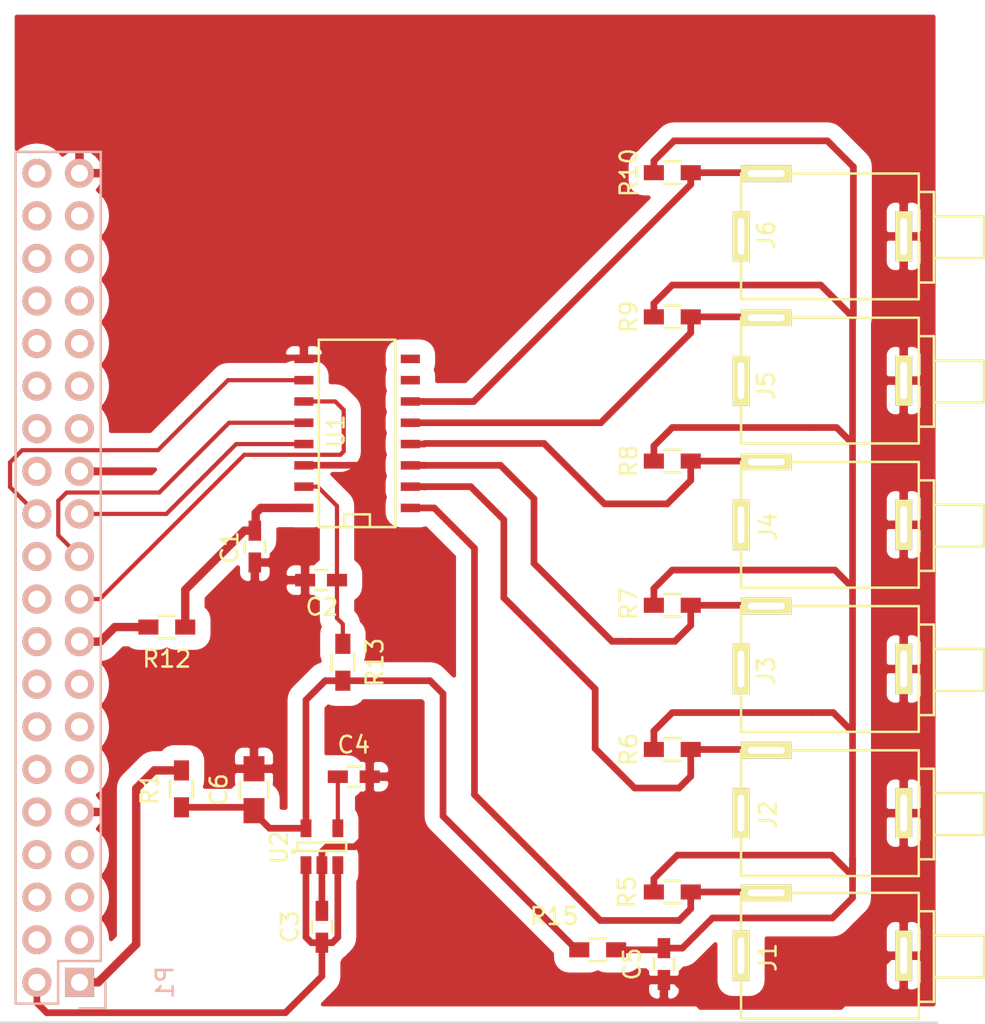
<source format=kicad_pcb>
(kicad_pcb (version 4) (host pcbnew 4.0.2-stable)

  (general
    (links 60)
    (no_connects 9)
    (area 187.399999 54.899999 246.575001 144.365)
    (thickness 1.6)
    (drawings 8)
    (tracks 201)
    (zones 0)
    (modules 25)
    (nets 19)
  )

  (page A4)
  (layers
    (0 F.Cu signal)
    (31 B.Cu signal hide)
    (32 B.Adhes user hide)
    (33 F.Adhes user hide)
    (34 B.Paste user hide)
    (35 F.Paste user hide)
    (36 B.SilkS user hide)
    (37 F.SilkS user hide)
    (38 B.Mask user hide)
    (39 F.Mask user hide)
    (40 Dwgs.User user hide)
    (41 Cmts.User user hide)
    (42 Eco1.User user hide)
    (43 Eco2.User user hide)
    (44 Edge.Cuts user hide)
    (45 Margin user hide)
    (46 B.CrtYd user hide)
    (47 F.CrtYd user hide)
    (48 B.Fab user hide)
    (49 F.Fab user hide)
  )

  (setup
    (last_trace_width 0.25)
    (trace_clearance 0.2)
    (zone_clearance 0.9)
    (zone_45_only no)
    (trace_min 0.2)
    (segment_width 0.2)
    (edge_width 0.15)
    (via_size 0.6)
    (via_drill 0.4)
    (via_min_size 0.4)
    (via_min_drill 0.3)
    (uvia_size 0.3)
    (uvia_drill 0.1)
    (uvias_allowed no)
    (uvia_min_size 0.2)
    (uvia_min_drill 0.1)
    (pcb_text_width 0.3)
    (pcb_text_size 1.5 1.5)
    (mod_edge_width 0.15)
    (mod_text_size 1 1)
    (mod_text_width 0.15)
    (pad_size 1.524 1.524)
    (pad_drill 0.762)
    (pad_to_mask_clearance 0.2)
    (aux_axis_origin 0 0)
    (visible_elements FFFFFF7F)
    (pcbplotparams
      (layerselection 0x00030_80000001)
      (usegerberextensions false)
      (excludeedgelayer true)
      (linewidth 0.100000)
      (plotframeref false)
      (viasonmask false)
      (mode 1)
      (useauxorigin false)
      (hpglpennumber 1)
      (hpglpenspeed 20)
      (hpglpendiameter 15)
      (hpglpenoverlay 2)
      (psnegative false)
      (psa4output false)
      (plotreference true)
      (plotvalue true)
      (plotinvisibletext false)
      (padsonsilk false)
      (subtractmaskfromsilk false)
      (outputformat 1)
      (mirror false)
      (drillshape 1)
      (scaleselection 1)
      (outputdirectory ""))
  )

  (net 0 "")
  (net 1 +3V3)
  (net 2 GND)
  (net 3 /CH0)
  (net 4 /CH1)
  (net 5 /CH2)
  (net 6 /CH3)
  (net 7 /CH4)
  (net 8 /CH5)
  (net 9 +5V)
  (net 10 /MOSI)
  (net 11 /MISO)
  (net 12 /SPI_CLK)
  (net 13 /CS)
  (net 14 "Net-(C1-Pad2)")
  (net 15 "Net-(C2-Pad1)")
  (net 16 "Net-(C4-Pad1)")
  (net 17 "Net-(C5-Pad2)")
  (net 18 /+3V3_Analog)

  (net_class Default "Dies ist die voreingestellte Netzklasse."
    (clearance 0.2)
    (trace_width 0.25)
    (via_dia 0.6)
    (via_drill 0.4)
    (uvia_dia 0.3)
    (uvia_drill 0.1)
    (add_net +3V3)
    (add_net +5V)
    (add_net /+3V3_Analog)
    (add_net /CH0)
    (add_net /CH1)
    (add_net /CH2)
    (add_net /CH3)
    (add_net /CH4)
    (add_net /CH5)
    (add_net /CS)
    (add_net /MISO)
    (add_net /MOSI)
    (add_net /SPI_CLK)
    (add_net GND)
    (add_net "Net-(C1-Pad2)")
    (add_net "Net-(C2-Pad1)")
    (add_net "Net-(C4-Pad1)")
    (add_net "Net-(C5-Pad2)")
  )

  (module Capacitors_SMD:C_0603_HandSoldering (layer F.Cu) (tedit 541A9B4D) (tstamp 576823DF)
    (at 206.75 113.6 180)
    (descr "Capacitor SMD 0603, hand soldering")
    (tags "capacitor 0603")
    (path /5768BF26)
    (attr smd)
    (fp_text reference C2 (at -0.05 -1.6 180) (layer F.SilkS)
      (effects (font (size 1 1) (thickness 0.15)))
    )
    (fp_text value 100nF (at -0.25 1.5 180) (layer F.Fab)
      (effects (font (size 1 1) (thickness 0.15)))
    )
    (fp_line (start -1.85 -0.75) (end 1.85 -0.75) (layer F.CrtYd) (width 0.05))
    (fp_line (start -1.85 0.75) (end 1.85 0.75) (layer F.CrtYd) (width 0.05))
    (fp_line (start -1.85 -0.75) (end -1.85 0.75) (layer F.CrtYd) (width 0.05))
    (fp_line (start 1.85 -0.75) (end 1.85 0.75) (layer F.CrtYd) (width 0.05))
    (fp_line (start -0.35 -0.6) (end 0.35 -0.6) (layer F.SilkS) (width 0.15))
    (fp_line (start 0.35 0.6) (end -0.35 0.6) (layer F.SilkS) (width 0.15))
    (pad 1 smd rect (at -0.95 0 180) (size 1.2 0.75) (layers F.Cu F.Paste F.Mask)
      (net 15 "Net-(C2-Pad1)"))
    (pad 2 smd rect (at 0.95 0 180) (size 1.2 0.75) (layers F.Cu F.Paste F.Mask)
      (net 2 GND))
    (model Capacitors_SMD.3dshapes/C_0603_HandSoldering.wrl
      (at (xyz 0 0 0))
      (scale (xyz 1 1 1))
      (rotate (xyz 0 0 0))
    )
  )

  (module Custom_footprints:mono_jack (layer F.Cu) (tedit 5765F226) (tstamp 5765F34B)
    (at 242.5 96.95 90)
    (path /57662FA5)
    (fp_text reference J6 (at 3.95 -9.2 90) (layer F.SilkS)
      (effects (font (size 1 1) (thickness 0.15)))
    )
    (fp_text value JACK_2P (at 4 -12.4 90) (layer F.Fab)
      (effects (font (size 1 1) (thickness 0.15)))
    )
    (fp_line (start 2.55 3.8) (end 5.05 3.8) (layer F.SilkS) (width 0.15))
    (fp_line (start 5.05 0.8) (end 5.05 3.8) (layer F.SilkS) (width 0.15))
    (fp_line (start 2.55 3.8) (end 2.55 0.8) (layer F.SilkS) (width 0.15))
    (fp_line (start 6.5 0.8) (end 1.1 0.8) (layer F.SilkS) (width 0.15))
    (fp_line (start 6.5 -0.1) (end 6.5 0.8) (layer F.SilkS) (width 0.15))
    (fp_line (start 1.1 -0.1) (end 1.1 0.8) (layer F.SilkS) (width 0.15))
    (fp_line (start 0.1 -10.7) (end 0.1 -0.1) (layer F.SilkS) (width 0.15))
    (fp_line (start 7.6 -10.7) (end 0.1 -10.7) (layer F.SilkS) (width 0.15))
    (fp_line (start 7.6 -0.1) (end 7.6 -10.7) (layer F.SilkS) (width 0.15))
    (fp_line (start 0.1 -0.1) (end 7.6 -0.1) (layer F.SilkS) (width 0.15))
    (pad 2 thru_hole rect (at 3.85 -10.7 90) (size 3 1) (drill oval 2.2 0.4) (layers *.Cu *.Mask F.SilkS))
    (pad 3 thru_hole rect (at 7.6 -9.2 180) (size 3 1) (drill oval 2.2 0.4) (layers *.Cu *.Mask F.SilkS)
      (net 8 /CH5))
    (pad 1 thru_hole rect (at 3.85 -1 90) (size 3 1) (drill oval 2.2 0.4) (layers *.Cu *.Mask F.SilkS)
      (net 2 GND))
  )

  (module Socket_Strips:Socket_Strip_Straight_2x20 (layer B.Cu) (tedit 0) (tstamp 57648933)
    (at 192.34 137.59 90)
    (descr "Through hole socket strip")
    (tags "socket strip")
    (path /576415E7)
    (fp_text reference P1 (at 0 5.1 90) (layer B.SilkS)
      (effects (font (size 1 1) (thickness 0.15)) (justify mirror))
    )
    (fp_text value "Rasperry Pi GPIO" (at 0 3.1 90) (layer B.Fab)
      (effects (font (size 1 1) (thickness 0.15)) (justify mirror))
    )
    (fp_line (start -1.75 1.75) (end -1.75 -4.3) (layer B.CrtYd) (width 0.05))
    (fp_line (start 50.05 1.75) (end 50.05 -4.3) (layer B.CrtYd) (width 0.05))
    (fp_line (start -1.75 1.75) (end 50.05 1.75) (layer B.CrtYd) (width 0.05))
    (fp_line (start -1.75 -4.3) (end 50.05 -4.3) (layer B.CrtYd) (width 0.05))
    (fp_line (start 49.53 -3.81) (end -1.27 -3.81) (layer B.SilkS) (width 0.15))
    (fp_line (start 1.27 1.27) (end 49.53 1.27) (layer B.SilkS) (width 0.15))
    (fp_line (start 49.53 -3.81) (end 49.53 1.27) (layer B.SilkS) (width 0.15))
    (fp_line (start -1.27 -3.81) (end -1.27 -1.27) (layer B.SilkS) (width 0.15))
    (fp_line (start 0 1.55) (end -1.55 1.55) (layer B.SilkS) (width 0.15))
    (fp_line (start -1.27 -1.27) (end 1.27 -1.27) (layer B.SilkS) (width 0.15))
    (fp_line (start 1.27 -1.27) (end 1.27 1.27) (layer B.SilkS) (width 0.15))
    (fp_line (start -1.55 1.55) (end -1.55 0) (layer B.SilkS) (width 0.15))
    (pad 1 thru_hole rect (at 0 0 90) (size 1.7272 1.7272) (drill 1.016) (layers *.Cu *.Mask B.SilkS)
      (net 1 +3V3))
    (pad 2 thru_hole oval (at 0 -2.54 90) (size 1.7272 1.7272) (drill 1.016) (layers *.Cu *.Mask B.SilkS)
      (net 9 +5V))
    (pad 3 thru_hole oval (at 2.54 0 90) (size 1.7272 1.7272) (drill 1.016) (layers *.Cu *.Mask B.SilkS))
    (pad 4 thru_hole oval (at 2.54 -2.54 90) (size 1.7272 1.7272) (drill 1.016) (layers *.Cu *.Mask B.SilkS)
      (net 9 +5V))
    (pad 5 thru_hole oval (at 5.08 0 90) (size 1.7272 1.7272) (drill 1.016) (layers *.Cu *.Mask B.SilkS))
    (pad 6 thru_hole oval (at 5.08 -2.54 90) (size 1.7272 1.7272) (drill 1.016) (layers *.Cu *.Mask B.SilkS)
      (net 2 GND))
    (pad 7 thru_hole oval (at 7.62 0 90) (size 1.7272 1.7272) (drill 1.016) (layers *.Cu *.Mask B.SilkS))
    (pad 8 thru_hole oval (at 7.62 -2.54 90) (size 1.7272 1.7272) (drill 1.016) (layers *.Cu *.Mask B.SilkS))
    (pad 9 thru_hole oval (at 10.16 0 90) (size 1.7272 1.7272) (drill 1.016) (layers *.Cu *.Mask B.SilkS)
      (net 2 GND))
    (pad 10 thru_hole oval (at 10.16 -2.54 90) (size 1.7272 1.7272) (drill 1.016) (layers *.Cu *.Mask B.SilkS))
    (pad 11 thru_hole oval (at 12.7 0 90) (size 1.7272 1.7272) (drill 1.016) (layers *.Cu *.Mask B.SilkS))
    (pad 12 thru_hole oval (at 12.7 -2.54 90) (size 1.7272 1.7272) (drill 1.016) (layers *.Cu *.Mask B.SilkS))
    (pad 13 thru_hole oval (at 15.24 0 90) (size 1.7272 1.7272) (drill 1.016) (layers *.Cu *.Mask B.SilkS))
    (pad 14 thru_hole oval (at 15.24 -2.54 90) (size 1.7272 1.7272) (drill 1.016) (layers *.Cu *.Mask B.SilkS)
      (net 2 GND))
    (pad 15 thru_hole oval (at 17.78 0 90) (size 1.7272 1.7272) (drill 1.016) (layers *.Cu *.Mask B.SilkS))
    (pad 16 thru_hole oval (at 17.78 -2.54 90) (size 1.7272 1.7272) (drill 1.016) (layers *.Cu *.Mask B.SilkS))
    (pad 17 thru_hole oval (at 20.32 0 90) (size 1.7272 1.7272) (drill 1.016) (layers *.Cu *.Mask B.SilkS)
      (net 1 +3V3))
    (pad 18 thru_hole oval (at 20.32 -2.54 90) (size 1.7272 1.7272) (drill 1.016) (layers *.Cu *.Mask B.SilkS))
    (pad 19 thru_hole oval (at 22.86 0 90) (size 1.7272 1.7272) (drill 1.016) (layers *.Cu *.Mask B.SilkS)
      (net 10 /MOSI))
    (pad 20 thru_hole oval (at 22.86 -2.54 90) (size 1.7272 1.7272) (drill 1.016) (layers *.Cu *.Mask B.SilkS)
      (net 2 GND))
    (pad 21 thru_hole oval (at 25.4 0 90) (size 1.7272 1.7272) (drill 1.016) (layers *.Cu *.Mask B.SilkS)
      (net 11 /MISO))
    (pad 22 thru_hole oval (at 25.4 -2.54 90) (size 1.7272 1.7272) (drill 1.016) (layers *.Cu *.Mask B.SilkS))
    (pad 23 thru_hole oval (at 27.94 0 90) (size 1.7272 1.7272) (drill 1.016) (layers *.Cu *.Mask B.SilkS)
      (net 12 /SPI_CLK))
    (pad 24 thru_hole oval (at 27.94 -2.54 90) (size 1.7272 1.7272) (drill 1.016) (layers *.Cu *.Mask B.SilkS)
      (net 13 /CS))
    (pad 25 thru_hole oval (at 30.48 0 90) (size 1.7272 1.7272) (drill 1.016) (layers *.Cu *.Mask B.SilkS)
      (net 2 GND))
    (pad 26 thru_hole oval (at 30.48 -2.54 90) (size 1.7272 1.7272) (drill 1.016) (layers *.Cu *.Mask B.SilkS))
    (pad 27 thru_hole oval (at 33.02 0 90) (size 1.7272 1.7272) (drill 1.016) (layers *.Cu *.Mask B.SilkS))
    (pad 28 thru_hole oval (at 33.02 -2.54 90) (size 1.7272 1.7272) (drill 1.016) (layers *.Cu *.Mask B.SilkS))
    (pad 29 thru_hole oval (at 35.56 0 90) (size 1.7272 1.7272) (drill 1.016) (layers *.Cu *.Mask B.SilkS))
    (pad 30 thru_hole oval (at 35.56 -2.54 90) (size 1.7272 1.7272) (drill 1.016) (layers *.Cu *.Mask B.SilkS)
      (net 2 GND))
    (pad 31 thru_hole oval (at 38.1 0 90) (size 1.7272 1.7272) (drill 1.016) (layers *.Cu *.Mask B.SilkS))
    (pad 32 thru_hole oval (at 38.1 -2.54 90) (size 1.7272 1.7272) (drill 1.016) (layers *.Cu *.Mask B.SilkS))
    (pad 33 thru_hole oval (at 40.64 0 90) (size 1.7272 1.7272) (drill 1.016) (layers *.Cu *.Mask B.SilkS))
    (pad 34 thru_hole oval (at 40.64 -2.54 90) (size 1.7272 1.7272) (drill 1.016) (layers *.Cu *.Mask B.SilkS))
    (pad 35 thru_hole oval (at 43.18 0 90) (size 1.7272 1.7272) (drill 1.016) (layers *.Cu *.Mask B.SilkS))
    (pad 36 thru_hole oval (at 43.18 -2.54 90) (size 1.7272 1.7272) (drill 1.016) (layers *.Cu *.Mask B.SilkS))
    (pad 37 thru_hole oval (at 45.72 0 90) (size 1.7272 1.7272) (drill 1.016) (layers *.Cu *.Mask B.SilkS))
    (pad 38 thru_hole oval (at 45.72 -2.54 90) (size 1.7272 1.7272) (drill 1.016) (layers *.Cu *.Mask B.SilkS))
    (pad 39 thru_hole oval (at 48.26 0 90) (size 1.7272 1.7272) (drill 1.016) (layers *.Cu *.Mask B.SilkS)
      (net 2 GND))
    (pad 40 thru_hole oval (at 48.26 -2.54 90) (size 1.7272 1.7272) (drill 1.016) (layers *.Cu *.Mask B.SilkS))
    (model Socket_Strips.3dshapes/Socket_Strip_Straight_2x20.wrl
      (at (xyz 0.95 -0.05 0))
      (scale (xyz 1 1 1))
      (rotate (xyz 0 0 180))
    )
  )

  (module SMD_Packages:SO-16-N (layer F.Cu) (tedit 0) (tstamp 5764896B)
    (at 208.9 104.85 90)
    (descr "Module CMS SOJ 16 pins large")
    (tags "CMS SOJ")
    (path /57641B69)
    (attr smd)
    (fp_text reference U1 (at 0.127 -1.27 90) (layer F.SilkS)
      (effects (font (size 1 1) (thickness 0.15)))
    )
    (fp_text value MCP3208 (at 0 1.27 90) (layer F.Fab)
      (effects (font (size 1 1) (thickness 0.15)))
    )
    (fp_line (start -5.588 -0.762) (end -4.826 -0.762) (layer F.SilkS) (width 0.15))
    (fp_line (start -4.826 -0.762) (end -4.826 0.762) (layer F.SilkS) (width 0.15))
    (fp_line (start -4.826 0.762) (end -5.588 0.762) (layer F.SilkS) (width 0.15))
    (fp_line (start 5.588 -2.286) (end 5.588 2.286) (layer F.SilkS) (width 0.15))
    (fp_line (start 5.588 2.286) (end -5.588 2.286) (layer F.SilkS) (width 0.15))
    (fp_line (start -5.588 2.286) (end -5.588 -2.286) (layer F.SilkS) (width 0.15))
    (fp_line (start -5.588 -2.286) (end 5.588 -2.286) (layer F.SilkS) (width 0.15))
    (pad 16 smd rect (at -4.445 -3.175 90) (size 0.508 1.143) (layers F.Cu F.Paste F.Mask)
      (net 14 "Net-(C1-Pad2)"))
    (pad 14 smd rect (at -1.905 -3.175 90) (size 0.508 1.143) (layers F.Cu F.Paste F.Mask)
      (net 2 GND))
    (pad 13 smd rect (at -0.635 -3.175 90) (size 0.508 1.143) (layers F.Cu F.Paste F.Mask)
      (net 12 /SPI_CLK))
    (pad 12 smd rect (at 0.635 -3.175 90) (size 0.508 1.143) (layers F.Cu F.Paste F.Mask)
      (net 11 /MISO))
    (pad 11 smd rect (at 1.905 -3.175 90) (size 0.508 1.143) (layers F.Cu F.Paste F.Mask)
      (net 10 /MOSI))
    (pad 10 smd rect (at 3.175 -3.175 90) (size 0.508 1.143) (layers F.Cu F.Paste F.Mask)
      (net 13 /CS))
    (pad 9 smd rect (at 4.445 -3.175 90) (size 0.508 1.143) (layers F.Cu F.Paste F.Mask)
      (net 2 GND))
    (pad 8 smd rect (at 4.445 3.175 90) (size 0.508 1.143) (layers F.Cu F.Paste F.Mask))
    (pad 7 smd rect (at 3.175 3.175 90) (size 0.508 1.143) (layers F.Cu F.Paste F.Mask))
    (pad 6 smd rect (at 1.905 3.175 90) (size 0.508 1.143) (layers F.Cu F.Paste F.Mask)
      (net 8 /CH5))
    (pad 5 smd rect (at 0.635 3.175 90) (size 0.508 1.143) (layers F.Cu F.Paste F.Mask)
      (net 7 /CH4))
    (pad 4 smd rect (at -0.635 3.175 90) (size 0.508 1.143) (layers F.Cu F.Paste F.Mask)
      (net 6 /CH3))
    (pad 3 smd rect (at -1.905 3.175 90) (size 0.508 1.143) (layers F.Cu F.Paste F.Mask)
      (net 5 /CH2))
    (pad 2 smd rect (at -3.175 3.175 90) (size 0.508 1.143) (layers F.Cu F.Paste F.Mask)
      (net 4 /CH1))
    (pad 1 smd rect (at -4.445 3.175 90) (size 0.508 1.143) (layers F.Cu F.Paste F.Mask)
      (net 3 /CH0))
    (pad 15 smd rect (at -3.175 -3.175 90) (size 0.508 1.143) (layers F.Cu F.Paste F.Mask)
      (net 15 "Net-(C2-Pad1)"))
    (model SMD_Packages.3dshapes/SO-16-N.wrl
      (at (xyz 0 0 0))
      (scale (xyz 0.5 0.4 0.5))
      (rotate (xyz 0 0 0))
    )
  )

  (module Resistors_SMD:R_0603_HandSoldering (layer F.Cu) (tedit 5418A00F) (tstamp 5765E9EC)
    (at 227.7 132.2)
    (descr "Resistor SMD 0603, hand soldering")
    (tags "resistor 0603")
    (path /576624F1)
    (attr smd)
    (fp_text reference R5 (at -2.7 0 90) (layer F.SilkS)
      (effects (font (size 1 1) (thickness 0.15)))
    )
    (fp_text value 10k (at -0.1 1.4 180) (layer F.Fab)
      (effects (font (size 1 1) (thickness 0.15)))
    )
    (fp_line (start -2 -0.8) (end 2 -0.8) (layer F.CrtYd) (width 0.05))
    (fp_line (start -2 0.8) (end 2 0.8) (layer F.CrtYd) (width 0.05))
    (fp_line (start -2 -0.8) (end -2 0.8) (layer F.CrtYd) (width 0.05))
    (fp_line (start 2 -0.8) (end 2 0.8) (layer F.CrtYd) (width 0.05))
    (fp_line (start 0.5 0.675) (end -0.5 0.675) (layer F.SilkS) (width 0.15))
    (fp_line (start -0.5 -0.675) (end 0.5 -0.675) (layer F.SilkS) (width 0.15))
    (pad 1 smd rect (at -1.1 0) (size 1.2 0.9) (layers F.Cu F.Paste F.Mask)
      (net 17 "Net-(C5-Pad2)"))
    (pad 2 smd rect (at 1.1 0) (size 1.2 0.9) (layers F.Cu F.Paste F.Mask)
      (net 3 /CH0))
    (model Resistors_SMD.3dshapes/R_0603_HandSoldering.wrl
      (at (xyz 0 0 0))
      (scale (xyz 1 1 1))
      (rotate (xyz 0 0 0))
    )
  )

  (module Resistors_SMD:R_0603_HandSoldering (layer F.Cu) (tedit 5418A00F) (tstamp 5765E9F2)
    (at 227.7 123.7)
    (descr "Resistor SMD 0603, hand soldering")
    (tags "resistor 0603")
    (path /576604B8)
    (attr smd)
    (fp_text reference R6 (at -2.6 0 90) (layer F.SilkS)
      (effects (font (size 1 1) (thickness 0.15)))
    )
    (fp_text value 10k (at 0 1.4) (layer F.Fab)
      (effects (font (size 1 1) (thickness 0.15)))
    )
    (fp_line (start -2 -0.8) (end 2 -0.8) (layer F.CrtYd) (width 0.05))
    (fp_line (start -2 0.8) (end 2 0.8) (layer F.CrtYd) (width 0.05))
    (fp_line (start -2 -0.8) (end -2 0.8) (layer F.CrtYd) (width 0.05))
    (fp_line (start 2 -0.8) (end 2 0.8) (layer F.CrtYd) (width 0.05))
    (fp_line (start 0.5 0.675) (end -0.5 0.675) (layer F.SilkS) (width 0.15))
    (fp_line (start -0.5 -0.675) (end 0.5 -0.675) (layer F.SilkS) (width 0.15))
    (pad 1 smd rect (at -1.1 0) (size 1.2 0.9) (layers F.Cu F.Paste F.Mask)
      (net 17 "Net-(C5-Pad2)"))
    (pad 2 smd rect (at 1.1 0) (size 1.2 0.9) (layers F.Cu F.Paste F.Mask)
      (net 4 /CH1))
    (model Resistors_SMD.3dshapes/R_0603_HandSoldering.wrl
      (at (xyz 0 0 0))
      (scale (xyz 1 1 1))
      (rotate (xyz 0 0 0))
    )
  )

  (module Resistors_SMD:R_0603_HandSoldering (layer F.Cu) (tedit 5418A00F) (tstamp 5765E9F8)
    (at 227.7 115.1)
    (descr "Resistor SMD 0603, hand soldering")
    (tags "resistor 0603")
    (path /57662A6B)
    (attr smd)
    (fp_text reference R7 (at -2.6 -0.1 90) (layer F.SilkS)
      (effects (font (size 1 1) (thickness 0.15)))
    )
    (fp_text value 10k (at 0 1.4) (layer F.Fab)
      (effects (font (size 1 1) (thickness 0.15)))
    )
    (fp_line (start -2 -0.8) (end 2 -0.8) (layer F.CrtYd) (width 0.05))
    (fp_line (start -2 0.8) (end 2 0.8) (layer F.CrtYd) (width 0.05))
    (fp_line (start -2 -0.8) (end -2 0.8) (layer F.CrtYd) (width 0.05))
    (fp_line (start 2 -0.8) (end 2 0.8) (layer F.CrtYd) (width 0.05))
    (fp_line (start 0.5 0.675) (end -0.5 0.675) (layer F.SilkS) (width 0.15))
    (fp_line (start -0.5 -0.675) (end 0.5 -0.675) (layer F.SilkS) (width 0.15))
    (pad 1 smd rect (at -1.1 0) (size 1.2 0.9) (layers F.Cu F.Paste F.Mask)
      (net 17 "Net-(C5-Pad2)"))
    (pad 2 smd rect (at 1.1 0) (size 1.2 0.9) (layers F.Cu F.Paste F.Mask)
      (net 5 /CH2))
    (model Resistors_SMD.3dshapes/R_0603_HandSoldering.wrl
      (at (xyz 0 0 0))
      (scale (xyz 1 1 1))
      (rotate (xyz 0 0 0))
    )
  )

  (module Resistors_SMD:R_0603_HandSoldering (layer F.Cu) (tedit 5418A00F) (tstamp 5765E9FE)
    (at 227.7 106.5)
    (descr "Resistor SMD 0603, hand soldering")
    (tags "resistor 0603")
    (path /57662A4B)
    (attr smd)
    (fp_text reference R8 (at -2.6 0 90) (layer F.SilkS)
      (effects (font (size 1 1) (thickness 0.15)))
    )
    (fp_text value 10k (at 0 1.5) (layer F.Fab)
      (effects (font (size 1 1) (thickness 0.15)))
    )
    (fp_line (start -2 -0.8) (end 2 -0.8) (layer F.CrtYd) (width 0.05))
    (fp_line (start -2 0.8) (end 2 0.8) (layer F.CrtYd) (width 0.05))
    (fp_line (start -2 -0.8) (end -2 0.8) (layer F.CrtYd) (width 0.05))
    (fp_line (start 2 -0.8) (end 2 0.8) (layer F.CrtYd) (width 0.05))
    (fp_line (start 0.5 0.675) (end -0.5 0.675) (layer F.SilkS) (width 0.15))
    (fp_line (start -0.5 -0.675) (end 0.5 -0.675) (layer F.SilkS) (width 0.15))
    (pad 1 smd rect (at -1.1 0) (size 1.2 0.9) (layers F.Cu F.Paste F.Mask)
      (net 17 "Net-(C5-Pad2)"))
    (pad 2 smd rect (at 1.1 0) (size 1.2 0.9) (layers F.Cu F.Paste F.Mask)
      (net 6 /CH3))
    (model Resistors_SMD.3dshapes/R_0603_HandSoldering.wrl
      (at (xyz 0 0 0))
      (scale (xyz 1 1 1))
      (rotate (xyz 0 0 0))
    )
  )

  (module Resistors_SMD:R_0603_HandSoldering (layer F.Cu) (tedit 5418A00F) (tstamp 5765EA04)
    (at 227.7 97.9)
    (descr "Resistor SMD 0603, hand soldering")
    (tags "resistor 0603")
    (path /57662FD9)
    (attr smd)
    (fp_text reference R9 (at -2.6 0 90) (layer F.SilkS)
      (effects (font (size 1 1) (thickness 0.15)))
    )
    (fp_text value 10k (at 0 1.5) (layer F.Fab)
      (effects (font (size 1 1) (thickness 0.15)))
    )
    (fp_line (start -2 -0.8) (end 2 -0.8) (layer F.CrtYd) (width 0.05))
    (fp_line (start -2 0.8) (end 2 0.8) (layer F.CrtYd) (width 0.05))
    (fp_line (start -2 -0.8) (end -2 0.8) (layer F.CrtYd) (width 0.05))
    (fp_line (start 2 -0.8) (end 2 0.8) (layer F.CrtYd) (width 0.05))
    (fp_line (start 0.5 0.675) (end -0.5 0.675) (layer F.SilkS) (width 0.15))
    (fp_line (start -0.5 -0.675) (end 0.5 -0.675) (layer F.SilkS) (width 0.15))
    (pad 1 smd rect (at -1.1 0) (size 1.2 0.9) (layers F.Cu F.Paste F.Mask)
      (net 17 "Net-(C5-Pad2)"))
    (pad 2 smd rect (at 1.1 0) (size 1.2 0.9) (layers F.Cu F.Paste F.Mask)
      (net 7 /CH4))
    (model Resistors_SMD.3dshapes/R_0603_HandSoldering.wrl
      (at (xyz 0 0 0))
      (scale (xyz 1 1 1))
      (rotate (xyz 0 0 0))
    )
  )

  (module Resistors_SMD:R_0603_HandSoldering (layer F.Cu) (tedit 5418A00F) (tstamp 5765EA0A)
    (at 227.7 89.3)
    (descr "Resistor SMD 0603, hand soldering")
    (tags "resistor 0603")
    (path /57662FB9)
    (attr smd)
    (fp_text reference R10 (at -2.6 0 90) (layer F.SilkS)
      (effects (font (size 1 1) (thickness 0.15)))
    )
    (fp_text value 10k (at 0 1.5) (layer F.Fab)
      (effects (font (size 1 1) (thickness 0.15)))
    )
    (fp_line (start -2 -0.8) (end 2 -0.8) (layer F.CrtYd) (width 0.05))
    (fp_line (start -2 0.8) (end 2 0.8) (layer F.CrtYd) (width 0.05))
    (fp_line (start -2 -0.8) (end -2 0.8) (layer F.CrtYd) (width 0.05))
    (fp_line (start 2 -0.8) (end 2 0.8) (layer F.CrtYd) (width 0.05))
    (fp_line (start 0.5 0.675) (end -0.5 0.675) (layer F.SilkS) (width 0.15))
    (fp_line (start -0.5 -0.675) (end 0.5 -0.675) (layer F.SilkS) (width 0.15))
    (pad 1 smd rect (at -1.1 0) (size 1.2 0.9) (layers F.Cu F.Paste F.Mask)
      (net 17 "Net-(C5-Pad2)"))
    (pad 2 smd rect (at 1.1 0) (size 1.2 0.9) (layers F.Cu F.Paste F.Mask)
      (net 8 /CH5))
    (model Resistors_SMD.3dshapes/R_0603_HandSoldering.wrl
      (at (xyz 0 0 0))
      (scale (xyz 1 1 1))
      (rotate (xyz 0 0 0))
    )
  )

  (module Custom_footprints:mono_jack (layer F.Cu) (tedit 5765F226) (tstamp 5765F328)
    (at 242.5 139.85 90)
    (path /576624DD)
    (fp_text reference J1 (at 3.75 -9.1 90) (layer F.SilkS)
      (effects (font (size 1 1) (thickness 0.15)))
    )
    (fp_text value JACK_2P (at 4 -12.4 90) (layer F.Fab)
      (effects (font (size 1 1) (thickness 0.15)))
    )
    (fp_line (start 2.55 3.8) (end 5.05 3.8) (layer F.SilkS) (width 0.15))
    (fp_line (start 5.05 0.8) (end 5.05 3.8) (layer F.SilkS) (width 0.15))
    (fp_line (start 2.55 3.8) (end 2.55 0.8) (layer F.SilkS) (width 0.15))
    (fp_line (start 6.5 0.8) (end 1.1 0.8) (layer F.SilkS) (width 0.15))
    (fp_line (start 6.5 -0.1) (end 6.5 0.8) (layer F.SilkS) (width 0.15))
    (fp_line (start 1.1 -0.1) (end 1.1 0.8) (layer F.SilkS) (width 0.15))
    (fp_line (start 0.1 -10.7) (end 0.1 -0.1) (layer F.SilkS) (width 0.15))
    (fp_line (start 7.6 -10.7) (end 0.1 -10.7) (layer F.SilkS) (width 0.15))
    (fp_line (start 7.6 -0.1) (end 7.6 -10.7) (layer F.SilkS) (width 0.15))
    (fp_line (start 0.1 -0.1) (end 7.6 -0.1) (layer F.SilkS) (width 0.15))
    (pad 2 thru_hole rect (at 3.85 -10.7 90) (size 3 1) (drill oval 2.2 0.4) (layers *.Cu *.Mask F.SilkS))
    (pad 3 thru_hole rect (at 7.6 -9.2 180) (size 3 1) (drill oval 2.2 0.4) (layers *.Cu *.Mask F.SilkS)
      (net 3 /CH0))
    (pad 1 thru_hole rect (at 3.85 -1 90) (size 3 1) (drill oval 2.2 0.4) (layers *.Cu *.Mask F.SilkS)
      (net 2 GND))
  )

  (module Custom_footprints:mono_jack (layer F.Cu) (tedit 5765F226) (tstamp 5765F32F)
    (at 242.5 131.35 90)
    (path /5765F9A4)
    (fp_text reference J2 (at 3.75 -9.1 90) (layer F.SilkS)
      (effects (font (size 1 1) (thickness 0.15)))
    )
    (fp_text value JACK_2P (at 4 -12.4 90) (layer F.Fab)
      (effects (font (size 1 1) (thickness 0.15)))
    )
    (fp_line (start 2.55 3.8) (end 5.05 3.8) (layer F.SilkS) (width 0.15))
    (fp_line (start 5.05 0.8) (end 5.05 3.8) (layer F.SilkS) (width 0.15))
    (fp_line (start 2.55 3.8) (end 2.55 0.8) (layer F.SilkS) (width 0.15))
    (fp_line (start 6.5 0.8) (end 1.1 0.8) (layer F.SilkS) (width 0.15))
    (fp_line (start 6.5 -0.1) (end 6.5 0.8) (layer F.SilkS) (width 0.15))
    (fp_line (start 1.1 -0.1) (end 1.1 0.8) (layer F.SilkS) (width 0.15))
    (fp_line (start 0.1 -10.7) (end 0.1 -0.1) (layer F.SilkS) (width 0.15))
    (fp_line (start 7.6 -10.7) (end 0.1 -10.7) (layer F.SilkS) (width 0.15))
    (fp_line (start 7.6 -0.1) (end 7.6 -10.7) (layer F.SilkS) (width 0.15))
    (fp_line (start 0.1 -0.1) (end 7.6 -0.1) (layer F.SilkS) (width 0.15))
    (pad 2 thru_hole rect (at 3.85 -10.7 90) (size 3 1) (drill oval 2.2 0.4) (layers *.Cu *.Mask F.SilkS))
    (pad 3 thru_hole rect (at 7.6 -9.2 180) (size 3 1) (drill oval 2.2 0.4) (layers *.Cu *.Mask F.SilkS)
      (net 4 /CH1))
    (pad 1 thru_hole rect (at 3.85 -1 90) (size 3 1) (drill oval 2.2 0.4) (layers *.Cu *.Mask F.SilkS)
      (net 2 GND))
  )

  (module Custom_footprints:mono_jack (layer F.Cu) (tedit 5765F226) (tstamp 5765F336)
    (at 242.5 122.75 90)
    (path /57662A57)
    (fp_text reference J3 (at 3.75 -9.2 90) (layer F.SilkS)
      (effects (font (size 1 1) (thickness 0.15)))
    )
    (fp_text value JACK_2P (at 4 -12.4 90) (layer F.Fab)
      (effects (font (size 1 1) (thickness 0.15)))
    )
    (fp_line (start 2.55 3.8) (end 5.05 3.8) (layer F.SilkS) (width 0.15))
    (fp_line (start 5.05 0.8) (end 5.05 3.8) (layer F.SilkS) (width 0.15))
    (fp_line (start 2.55 3.8) (end 2.55 0.8) (layer F.SilkS) (width 0.15))
    (fp_line (start 6.5 0.8) (end 1.1 0.8) (layer F.SilkS) (width 0.15))
    (fp_line (start 6.5 -0.1) (end 6.5 0.8) (layer F.SilkS) (width 0.15))
    (fp_line (start 1.1 -0.1) (end 1.1 0.8) (layer F.SilkS) (width 0.15))
    (fp_line (start 0.1 -10.7) (end 0.1 -0.1) (layer F.SilkS) (width 0.15))
    (fp_line (start 7.6 -10.7) (end 0.1 -10.7) (layer F.SilkS) (width 0.15))
    (fp_line (start 7.6 -0.1) (end 7.6 -10.7) (layer F.SilkS) (width 0.15))
    (fp_line (start 0.1 -0.1) (end 7.6 -0.1) (layer F.SilkS) (width 0.15))
    (pad 2 thru_hole rect (at 3.85 -10.7 90) (size 3 1) (drill oval 2.2 0.4) (layers *.Cu *.Mask F.SilkS))
    (pad 3 thru_hole rect (at 7.6 -9.2 180) (size 3 1) (drill oval 2.2 0.4) (layers *.Cu *.Mask F.SilkS)
      (net 5 /CH2))
    (pad 1 thru_hole rect (at 3.85 -1 90) (size 3 1) (drill oval 2.2 0.4) (layers *.Cu *.Mask F.SilkS)
      (net 2 GND))
  )

  (module Custom_footprints:mono_jack (layer F.Cu) (tedit 5765F226) (tstamp 5765F33D)
    (at 242.5 114.15 90)
    (path /57662A37)
    (fp_text reference J4 (at 3.75 -9.1 90) (layer F.SilkS)
      (effects (font (size 1 1) (thickness 0.15)))
    )
    (fp_text value JACK_2P (at 4 -12.4 90) (layer F.Fab)
      (effects (font (size 1 1) (thickness 0.15)))
    )
    (fp_line (start 2.55 3.8) (end 5.05 3.8) (layer F.SilkS) (width 0.15))
    (fp_line (start 5.05 0.8) (end 5.05 3.8) (layer F.SilkS) (width 0.15))
    (fp_line (start 2.55 3.8) (end 2.55 0.8) (layer F.SilkS) (width 0.15))
    (fp_line (start 6.5 0.8) (end 1.1 0.8) (layer F.SilkS) (width 0.15))
    (fp_line (start 6.5 -0.1) (end 6.5 0.8) (layer F.SilkS) (width 0.15))
    (fp_line (start 1.1 -0.1) (end 1.1 0.8) (layer F.SilkS) (width 0.15))
    (fp_line (start 0.1 -10.7) (end 0.1 -0.1) (layer F.SilkS) (width 0.15))
    (fp_line (start 7.6 -10.7) (end 0.1 -10.7) (layer F.SilkS) (width 0.15))
    (fp_line (start 7.6 -0.1) (end 7.6 -10.7) (layer F.SilkS) (width 0.15))
    (fp_line (start 0.1 -0.1) (end 7.6 -0.1) (layer F.SilkS) (width 0.15))
    (pad 2 thru_hole rect (at 3.85 -10.7 90) (size 3 1) (drill oval 2.2 0.4) (layers *.Cu *.Mask F.SilkS))
    (pad 3 thru_hole rect (at 7.6 -9.2 180) (size 3 1) (drill oval 2.2 0.4) (layers *.Cu *.Mask F.SilkS)
      (net 6 /CH3))
    (pad 1 thru_hole rect (at 3.85 -1 90) (size 3 1) (drill oval 2.2 0.4) (layers *.Cu *.Mask F.SilkS)
      (net 2 GND))
  )

  (module Custom_footprints:mono_jack (layer F.Cu) (tedit 5765F226) (tstamp 5765F344)
    (at 242.5 105.55 90)
    (path /57662FC5)
    (fp_text reference J5 (at 3.55 -9.2 90) (layer F.SilkS)
      (effects (font (size 1 1) (thickness 0.15)))
    )
    (fp_text value JACK_2P (at 4 -12.4 90) (layer F.Fab)
      (effects (font (size 1 1) (thickness 0.15)))
    )
    (fp_line (start 2.55 3.8) (end 5.05 3.8) (layer F.SilkS) (width 0.15))
    (fp_line (start 5.05 0.8) (end 5.05 3.8) (layer F.SilkS) (width 0.15))
    (fp_line (start 2.55 3.8) (end 2.55 0.8) (layer F.SilkS) (width 0.15))
    (fp_line (start 6.5 0.8) (end 1.1 0.8) (layer F.SilkS) (width 0.15))
    (fp_line (start 6.5 -0.1) (end 6.5 0.8) (layer F.SilkS) (width 0.15))
    (fp_line (start 1.1 -0.1) (end 1.1 0.8) (layer F.SilkS) (width 0.15))
    (fp_line (start 0.1 -10.7) (end 0.1 -0.1) (layer F.SilkS) (width 0.15))
    (fp_line (start 7.6 -10.7) (end 0.1 -10.7) (layer F.SilkS) (width 0.15))
    (fp_line (start 7.6 -0.1) (end 7.6 -10.7) (layer F.SilkS) (width 0.15))
    (fp_line (start 0.1 -0.1) (end 7.6 -0.1) (layer F.SilkS) (width 0.15))
    (pad 2 thru_hole rect (at 3.85 -10.7 90) (size 3 1) (drill oval 2.2 0.4) (layers *.Cu *.Mask F.SilkS))
    (pad 3 thru_hole rect (at 7.6 -9.2 180) (size 3 1) (drill oval 2.2 0.4) (layers *.Cu *.Mask F.SilkS)
      (net 7 /CH4))
    (pad 1 thru_hole rect (at 3.85 -1 90) (size 3 1) (drill oval 2.2 0.4) (layers *.Cu *.Mask F.SilkS)
      (net 2 GND))
  )

  (module Capacitors_SMD:C_0603_HandSoldering (layer F.Cu) (tedit 541A9B4D) (tstamp 576823D9)
    (at 202.8 111.6 90)
    (descr "Capacitor SMD 0603, hand soldering")
    (tags "capacitor 0603")
    (path /57687FD7)
    (attr smd)
    (fp_text reference C1 (at -0.05 -1.5 90) (layer F.SilkS)
      (effects (font (size 1 1) (thickness 0.15)))
    )
    (fp_text value 100nF (at 0 1.4 90) (layer F.Fab)
      (effects (font (size 1 1) (thickness 0.15)))
    )
    (fp_line (start -1.85 -0.75) (end 1.85 -0.75) (layer F.CrtYd) (width 0.05))
    (fp_line (start -1.85 0.75) (end 1.85 0.75) (layer F.CrtYd) (width 0.05))
    (fp_line (start -1.85 -0.75) (end -1.85 0.75) (layer F.CrtYd) (width 0.05))
    (fp_line (start 1.85 -0.75) (end 1.85 0.75) (layer F.CrtYd) (width 0.05))
    (fp_line (start -0.35 -0.6) (end 0.35 -0.6) (layer F.SilkS) (width 0.15))
    (fp_line (start 0.35 0.6) (end -0.35 0.6) (layer F.SilkS) (width 0.15))
    (pad 1 smd rect (at -0.95 0 90) (size 1.2 0.75) (layers F.Cu F.Paste F.Mask)
      (net 2 GND))
    (pad 2 smd rect (at 0.95 0 90) (size 1.2 0.75) (layers F.Cu F.Paste F.Mask)
      (net 14 "Net-(C1-Pad2)"))
    (model Capacitors_SMD.3dshapes/C_0603_HandSoldering.wrl
      (at (xyz 0 0 0))
      (scale (xyz 1 1 1))
      (rotate (xyz 0 0 0))
    )
  )

  (module Resistors_SMD:R_0603_HandSoldering (layer F.Cu) (tedit 5418A00F) (tstamp 576823EB)
    (at 197.55 116.4 180)
    (descr "Resistor SMD 0603, hand soldering")
    (tags "resistor 0603")
    (path /5768401E)
    (attr smd)
    (fp_text reference R12 (at 0 -1.9 180) (layer F.SilkS)
      (effects (font (size 1 1) (thickness 0.15)))
    )
    (fp_text value 0R (at 0 1.9 180) (layer F.Fab)
      (effects (font (size 1 1) (thickness 0.15)))
    )
    (fp_line (start -2 -0.8) (end 2 -0.8) (layer F.CrtYd) (width 0.05))
    (fp_line (start -2 0.8) (end 2 0.8) (layer F.CrtYd) (width 0.05))
    (fp_line (start -2 -0.8) (end -2 0.8) (layer F.CrtYd) (width 0.05))
    (fp_line (start 2 -0.8) (end 2 0.8) (layer F.CrtYd) (width 0.05))
    (fp_line (start 0.5 0.675) (end -0.5 0.675) (layer F.SilkS) (width 0.15))
    (fp_line (start -0.5 -0.675) (end 0.5 -0.675) (layer F.SilkS) (width 0.15))
    (pad 1 smd rect (at -1.1 0 180) (size 1.2 0.9) (layers F.Cu F.Paste F.Mask)
      (net 14 "Net-(C1-Pad2)"))
    (pad 2 smd rect (at 1.1 0 180) (size 1.2 0.9) (layers F.Cu F.Paste F.Mask)
      (net 1 +3V3))
    (model Resistors_SMD.3dshapes/R_0603_HandSoldering.wrl
      (at (xyz 0 0 0))
      (scale (xyz 1 1 1))
      (rotate (xyz 0 0 0))
    )
  )

  (module Resistors_SMD:R_0603_HandSoldering (layer F.Cu) (tedit 5418A00F) (tstamp 576823F1)
    (at 208.05 118.5 270)
    (descr "Resistor SMD 0603, hand soldering")
    (tags "resistor 0603")
    (path /5768BADE)
    (attr smd)
    (fp_text reference R13 (at 0 -1.9 270) (layer F.SilkS)
      (effects (font (size 1 1) (thickness 0.15)))
    )
    (fp_text value 0R (at 0 1.9 270) (layer F.Fab)
      (effects (font (size 1 1) (thickness 0.15)))
    )
    (fp_line (start -2 -0.8) (end 2 -0.8) (layer F.CrtYd) (width 0.05))
    (fp_line (start -2 0.8) (end 2 0.8) (layer F.CrtYd) (width 0.05))
    (fp_line (start -2 -0.8) (end -2 0.8) (layer F.CrtYd) (width 0.05))
    (fp_line (start 2 -0.8) (end 2 0.8) (layer F.CrtYd) (width 0.05))
    (fp_line (start 0.5 0.675) (end -0.5 0.675) (layer F.SilkS) (width 0.15))
    (fp_line (start -0.5 -0.675) (end 0.5 -0.675) (layer F.SilkS) (width 0.15))
    (pad 1 smd rect (at -1.1 0 270) (size 1.2 0.9) (layers F.Cu F.Paste F.Mask)
      (net 15 "Net-(C2-Pad1)"))
    (pad 2 smd rect (at 1.1 0 270) (size 1.2 0.9) (layers F.Cu F.Paste F.Mask)
      (net 18 /+3V3_Analog))
    (model Resistors_SMD.3dshapes/R_0603_HandSoldering.wrl
      (at (xyz 0 0 0))
      (scale (xyz 1 1 1))
      (rotate (xyz 0 0 0))
    )
  )

  (module Resistors_SMD:R_0603_HandSoldering (layer F.Cu) (tedit 5418A00F) (tstamp 576823FD)
    (at 223.25 135.65 180)
    (descr "Resistor SMD 0603, hand soldering")
    (tags "resistor 0603")
    (path /5768E353)
    (attr smd)
    (fp_text reference R15 (at 2.6 2 180) (layer F.SilkS)
      (effects (font (size 1 1) (thickness 0.15)))
    )
    (fp_text value 0R (at 0 1.9 180) (layer F.Fab)
      (effects (font (size 1 1) (thickness 0.15)))
    )
    (fp_line (start -2 -0.8) (end 2 -0.8) (layer F.CrtYd) (width 0.05))
    (fp_line (start -2 0.8) (end 2 0.8) (layer F.CrtYd) (width 0.05))
    (fp_line (start -2 -0.8) (end -2 0.8) (layer F.CrtYd) (width 0.05))
    (fp_line (start 2 -0.8) (end 2 0.8) (layer F.CrtYd) (width 0.05))
    (fp_line (start 0.5 0.675) (end -0.5 0.675) (layer F.SilkS) (width 0.15))
    (fp_line (start -0.5 -0.675) (end 0.5 -0.675) (layer F.SilkS) (width 0.15))
    (pad 1 smd rect (at -1.1 0 180) (size 1.2 0.9) (layers F.Cu F.Paste F.Mask)
      (net 17 "Net-(C5-Pad2)"))
    (pad 2 smd rect (at 1.1 0 180) (size 1.2 0.9) (layers F.Cu F.Paste F.Mask)
      (net 18 /+3V3_Analog))
    (model Resistors_SMD.3dshapes/R_0603_HandSoldering.wrl
      (at (xyz 0 0 0))
      (scale (xyz 1 1 1))
      (rotate (xyz 0 0 0))
    )
  )

  (module Capacitors_SMD:C_0603_HandSoldering (layer F.Cu) (tedit 541A9B4D) (tstamp 5768A726)
    (at 206.8 134.275 90)
    (descr "Capacitor SMD 0603, hand soldering")
    (tags "capacitor 0603")
    (path /5769803F)
    (attr smd)
    (fp_text reference C3 (at 0 -1.9 90) (layer F.SilkS)
      (effects (font (size 1 1) (thickness 0.15)))
    )
    (fp_text value 1uF (at 0 1.9 90) (layer F.Fab)
      (effects (font (size 1 1) (thickness 0.15)))
    )
    (fp_line (start -1.85 -0.75) (end 1.85 -0.75) (layer F.CrtYd) (width 0.05))
    (fp_line (start -1.85 0.75) (end 1.85 0.75) (layer F.CrtYd) (width 0.05))
    (fp_line (start -1.85 -0.75) (end -1.85 0.75) (layer F.CrtYd) (width 0.05))
    (fp_line (start 1.85 -0.75) (end 1.85 0.75) (layer F.CrtYd) (width 0.05))
    (fp_line (start -0.35 -0.6) (end 0.35 -0.6) (layer F.SilkS) (width 0.15))
    (fp_line (start 0.35 0.6) (end -0.35 0.6) (layer F.SilkS) (width 0.15))
    (pad 1 smd rect (at -0.95 0 90) (size 1.2 0.75) (layers F.Cu F.Paste F.Mask)
      (net 9 +5V))
    (pad 2 smd rect (at 0.95 0 90) (size 1.2 0.75) (layers F.Cu F.Paste F.Mask)
      (net 2 GND))
    (model Capacitors_SMD.3dshapes/C_0603_HandSoldering.wrl
      (at (xyz 0 0 0))
      (scale (xyz 1 1 1))
      (rotate (xyz 0 0 0))
    )
  )

  (module Capacitors_SMD:C_0603_HandSoldering (layer F.Cu) (tedit 541A9B4D) (tstamp 57695071)
    (at 208.7 125.325)
    (descr "Capacitor SMD 0603, hand soldering")
    (tags "capacitor 0603")
    (path /57697765)
    (attr smd)
    (fp_text reference C4 (at 0 -1.9) (layer F.SilkS)
      (effects (font (size 1 1) (thickness 0.15)))
    )
    (fp_text value 10nF (at 0 1.9) (layer F.Fab)
      (effects (font (size 1 1) (thickness 0.15)))
    )
    (fp_line (start -1.85 -0.75) (end 1.85 -0.75) (layer F.CrtYd) (width 0.05))
    (fp_line (start -1.85 0.75) (end 1.85 0.75) (layer F.CrtYd) (width 0.05))
    (fp_line (start -1.85 -0.75) (end -1.85 0.75) (layer F.CrtYd) (width 0.05))
    (fp_line (start 1.85 -0.75) (end 1.85 0.75) (layer F.CrtYd) (width 0.05))
    (fp_line (start -0.35 -0.6) (end 0.35 -0.6) (layer F.SilkS) (width 0.15))
    (fp_line (start 0.35 0.6) (end -0.35 0.6) (layer F.SilkS) (width 0.15))
    (pad 1 smd rect (at -0.95 0) (size 1.2 0.75) (layers F.Cu F.Paste F.Mask)
      (net 16 "Net-(C4-Pad1)"))
    (pad 2 smd rect (at 0.95 0) (size 1.2 0.75) (layers F.Cu F.Paste F.Mask)
      (net 2 GND))
    (model Capacitors_SMD.3dshapes/C_0603_HandSoldering.wrl
      (at (xyz 0 0 0))
      (scale (xyz 1 1 1))
      (rotate (xyz 0 0 0))
    )
  )

  (module Capacitors_SMD:C_0603_HandSoldering (layer F.Cu) (tedit 541A9B4D) (tstamp 57695077)
    (at 227.2 136.5 90)
    (descr "Capacitor SMD 0603, hand soldering")
    (tags "capacitor 0603")
    (path /57693591)
    (attr smd)
    (fp_text reference C5 (at 0 -1.9 90) (layer F.SilkS)
      (effects (font (size 1 1) (thickness 0.15)))
    )
    (fp_text value 1uF (at 0 1.9 90) (layer F.Fab)
      (effects (font (size 1 1) (thickness 0.15)))
    )
    (fp_line (start -1.85 -0.75) (end 1.85 -0.75) (layer F.CrtYd) (width 0.05))
    (fp_line (start -1.85 0.75) (end 1.85 0.75) (layer F.CrtYd) (width 0.05))
    (fp_line (start -1.85 -0.75) (end -1.85 0.75) (layer F.CrtYd) (width 0.05))
    (fp_line (start 1.85 -0.75) (end 1.85 0.75) (layer F.CrtYd) (width 0.05))
    (fp_line (start -0.35 -0.6) (end 0.35 -0.6) (layer F.SilkS) (width 0.15))
    (fp_line (start 0.35 0.6) (end -0.35 0.6) (layer F.SilkS) (width 0.15))
    (pad 1 smd rect (at -0.95 0 90) (size 1.2 0.75) (layers F.Cu F.Paste F.Mask)
      (net 2 GND))
    (pad 2 smd rect (at 0.95 0 90) (size 1.2 0.75) (layers F.Cu F.Paste F.Mask)
      (net 17 "Net-(C5-Pad2)"))
    (model Capacitors_SMD.3dshapes/C_0603_HandSoldering.wrl
      (at (xyz 0 0 0))
      (scale (xyz 1 1 1))
      (rotate (xyz 0 0 0))
    )
  )

  (module Capacitors_SMD:C_0805_HandSoldering (layer F.Cu) (tedit 541A9B8D) (tstamp 5769507D)
    (at 202.75 126.1 90)
    (descr "Capacitor SMD 0805, hand soldering")
    (tags "capacitor 0805")
    (path /57698CD1)
    (attr smd)
    (fp_text reference C6 (at 0 -2.1 90) (layer F.SilkS)
      (effects (font (size 1 1) (thickness 0.15)))
    )
    (fp_text value 10uF (at 0 2.1 90) (layer F.Fab)
      (effects (font (size 1 1) (thickness 0.15)))
    )
    (fp_line (start -2.3 -1) (end 2.3 -1) (layer F.CrtYd) (width 0.05))
    (fp_line (start -2.3 1) (end 2.3 1) (layer F.CrtYd) (width 0.05))
    (fp_line (start -2.3 -1) (end -2.3 1) (layer F.CrtYd) (width 0.05))
    (fp_line (start 2.3 -1) (end 2.3 1) (layer F.CrtYd) (width 0.05))
    (fp_line (start 0.5 -0.85) (end -0.5 -0.85) (layer F.SilkS) (width 0.15))
    (fp_line (start -0.5 0.85) (end 0.5 0.85) (layer F.SilkS) (width 0.15))
    (pad 1 smd rect (at -1.25 0 90) (size 1.5 1.25) (layers F.Cu F.Paste F.Mask)
      (net 18 /+3V3_Analog))
    (pad 2 smd rect (at 1.25 0 90) (size 1.5 1.25) (layers F.Cu F.Paste F.Mask)
      (net 2 GND))
    (model Capacitors_SMD.3dshapes/C_0805_HandSoldering.wrl
      (at (xyz 0 0 0))
      (scale (xyz 1 1 1))
      (rotate (xyz 0 0 0))
    )
  )

  (module Resistors_SMD:R_0603_HandSoldering (layer F.Cu) (tedit 5418A00F) (tstamp 57695083)
    (at 198.425 126.05 90)
    (descr "Resistor SMD 0603, hand soldering")
    (tags "resistor 0603")
    (path /5769871B)
    (attr smd)
    (fp_text reference R1 (at 0 -1.9 90) (layer F.SilkS)
      (effects (font (size 1 1) (thickness 0.15)))
    )
    (fp_text value "n.b. [0R]" (at 0 1.9 90) (layer F.Fab)
      (effects (font (size 1 1) (thickness 0.15)))
    )
    (fp_line (start -2 -0.8) (end 2 -0.8) (layer F.CrtYd) (width 0.05))
    (fp_line (start -2 0.8) (end 2 0.8) (layer F.CrtYd) (width 0.05))
    (fp_line (start -2 -0.8) (end -2 0.8) (layer F.CrtYd) (width 0.05))
    (fp_line (start 2 -0.8) (end 2 0.8) (layer F.CrtYd) (width 0.05))
    (fp_line (start 0.5 0.675) (end -0.5 0.675) (layer F.SilkS) (width 0.15))
    (fp_line (start -0.5 -0.675) (end 0.5 -0.675) (layer F.SilkS) (width 0.15))
    (pad 1 smd rect (at -1.1 0 90) (size 1.2 0.9) (layers F.Cu F.Paste F.Mask)
      (net 18 /+3V3_Analog))
    (pad 2 smd rect (at 1.1 0 90) (size 1.2 0.9) (layers F.Cu F.Paste F.Mask)
      (net 1 +3V3))
    (model Resistors_SMD.3dshapes/R_0603_HandSoldering.wrl
      (at (xyz 0 0 0))
      (scale (xyz 1 1 1))
      (rotate (xyz 0 0 0))
    )
  )

  (module TO_SOT_Packages_SMD:SOT-23-5 (layer F.Cu) (tedit 55360473) (tstamp 57695084)
    (at 206.8 129.5 90)
    (descr "5-pin SOT23 package")
    (tags SOT-23-5)
    (path /576971FC)
    (attr smd)
    (fp_text reference U2 (at -0.05 -2.55 90) (layer F.SilkS)
      (effects (font (size 1 1) (thickness 0.15)))
    )
    (fp_text value TPS793 (at -0.05 2.35 90) (layer F.Fab)
      (effects (font (size 1 1) (thickness 0.15)))
    )
    (fp_line (start -1.8 -1.6) (end 1.8 -1.6) (layer F.CrtYd) (width 0.05))
    (fp_line (start 1.8 -1.6) (end 1.8 1.6) (layer F.CrtYd) (width 0.05))
    (fp_line (start 1.8 1.6) (end -1.8 1.6) (layer F.CrtYd) (width 0.05))
    (fp_line (start -1.8 1.6) (end -1.8 -1.6) (layer F.CrtYd) (width 0.05))
    (fp_circle (center -0.3 -1.7) (end -0.2 -1.7) (layer F.SilkS) (width 0.15))
    (fp_line (start 0.25 -1.45) (end -0.25 -1.45) (layer F.SilkS) (width 0.15))
    (fp_line (start 0.25 1.45) (end 0.25 -1.45) (layer F.SilkS) (width 0.15))
    (fp_line (start -0.25 1.45) (end 0.25 1.45) (layer F.SilkS) (width 0.15))
    (fp_line (start -0.25 -1.45) (end -0.25 1.45) (layer F.SilkS) (width 0.15))
    (pad 1 smd rect (at -1.1 -0.95 90) (size 1.06 0.65) (layers F.Cu F.Paste F.Mask)
      (net 9 +5V))
    (pad 2 smd rect (at -1.1 0 90) (size 1.06 0.65) (layers F.Cu F.Paste F.Mask)
      (net 2 GND))
    (pad 3 smd rect (at -1.1 0.95 90) (size 1.06 0.65) (layers F.Cu F.Paste F.Mask)
      (net 9 +5V))
    (pad 4 smd rect (at 1.1 0.95 90) (size 1.06 0.65) (layers F.Cu F.Paste F.Mask)
      (net 16 "Net-(C4-Pad1)"))
    (pad 5 smd rect (at 1.1 -0.95 90) (size 1.06 0.65) (layers F.Cu F.Paste F.Mask)
      (net 18 /+3V3_Analog))
    (model TO_SOT_Packages_SMD.3dshapes/SOT-23-5.wrl
      (at (xyz 0 0 0))
      (scale (xyz 1 1 1))
      (rotate (xyz 0 0 0))
    )
  )

  (gr_line (start 187.5 140) (end 187.5 78.9) (layer Edge.Cuts) (width 0.15))
  (gr_line (start 243.5 140) (end 187.5 140) (layer Edge.Cuts) (width 0.15))
  (gr_line (start 187.5 78.9) (end 243.5 78.9) (layer Edge.Cuts) (width 0.15))
  (gr_line (start 187.5 78.9) (end 243.5 78.9) (layer Eco1.User) (width 0.2))
  (gr_line (start 187.5 55) (end 187.5 140) (layer Eco1.User) (width 0.2))
  (gr_line (start 243.5 55) (end 187.5 55) (layer Eco1.User) (width 0.2))
  (gr_line (start 243.5 140) (end 243.5 55) (layer Eco1.User) (width 0.2))
  (gr_line (start 187.5 140) (end 243.5 140) (layer Eco1.User) (width 0.2))

  (segment (start 195.725 126.025) (end 196.8 124.95) (width 0.5) (layer F.Cu) (net 1))
  (segment (start 196.8 124.95) (end 198.425 124.95) (width 0.5) (layer F.Cu) (net 1))
  (segment (start 195.725 135.3186) (end 195.725 126.025) (width 0.5) (layer F.Cu) (net 1))
  (segment (start 192.34 137.59) (end 193.4536 137.59) (width 0.5) (layer F.Cu) (net 1))
  (segment (start 193.4536 137.59) (end 195.725 135.3186) (width 0.5) (layer F.Cu) (net 1))
  (segment (start 193.58 117.27) (end 194.45 116.4) (width 0.5) (layer F.Cu) (net 1))
  (segment (start 194.45 116.4) (end 196.45 116.4) (width 0.5) (layer F.Cu) (net 1))
  (segment (start 192.34 117.27) (end 193.58 117.27) (width 0.5) (layer F.Cu) (net 1))
  (segment (start 206.8 130.6) (end 206.8 129.8) (width 0.4) (layer F.Cu) (net 2))
  (segment (start 209.65 128.625) (end 209.65 125.325) (width 0.4) (layer F.Cu) (net 2))
  (segment (start 206.8 129.8) (end 207.1 129.5) (width 0.4) (layer F.Cu) (net 2))
  (segment (start 207.1 129.5) (end 208.775 129.5) (width 0.4) (layer F.Cu) (net 2))
  (segment (start 208.775 129.5) (end 209.65 128.625) (width 0.4) (layer F.Cu) (net 2))
  (segment (start 205.725 106.755) (end 206.5465 106.755) (width 0.4) (layer F.Cu) (net 2))
  (segment (start 206.5465 106.755) (end 206.5515 106.75) (width 0.4) (layer F.Cu) (net 2))
  (segment (start 206.5515 106.75) (end 209.475 106.75) (width 0.4) (layer F.Cu) (net 2))
  (segment (start 209.475 106.75) (end 209.475 102.2) (width 0.4) (layer F.Cu) (net 2))
  (segment (start 209.475 102.2) (end 207.68 100.405) (width 0.4) (layer F.Cu) (net 2))
  (segment (start 207.68 100.405) (end 205.725 100.405) (width 0.4) (layer F.Cu) (net 2))
  (segment (start 229.4 139.025) (end 237.725 139.025) (width 0.4) (layer F.Cu) (net 2))
  (segment (start 237.725 139.025) (end 240.75 136) (width 0.4) (layer F.Cu) (net 2))
  (segment (start 240.75 136) (end 241.5 136) (width 0.4) (layer F.Cu) (net 2))
  (segment (start 227.2 137.45) (end 227.825 137.45) (width 0.4) (layer F.Cu) (net 2))
  (segment (start 227.825 137.45) (end 229.4 139.025) (width 0.4) (layer F.Cu) (net 2))
  (segment (start 206.8 133.325) (end 206.8 130.6) (width 0.4) (layer F.Cu) (net 2))
  (segment (start 223.4 133.9) (end 228.1 133.9) (width 0.4) (layer F.Cu) (net 3))
  (segment (start 212.8965 109.295) (end 213.495 109.295) (width 0.4) (layer F.Cu) (net 3))
  (segment (start 215.900001 126.400001) (end 223.4 133.9) (width 0.4) (layer F.Cu) (net 3))
  (segment (start 213.495 109.295) (end 215.900001 111.700001) (width 0.4) (layer F.Cu) (net 3))
  (segment (start 215.900001 111.700001) (end 215.900001 126.400001) (width 0.4) (layer F.Cu) (net 3))
  (segment (start 228.8 132.2) (end 228.8 132.7) (width 0.4) (layer F.Cu) (net 3))
  (segment (start 212.075 109.295) (end 212.8965 109.295) (width 0.4) (layer F.Cu) (net 3))
  (segment (start 212.8965 109.295) (end 212.9015 109.3) (width 0.4) (layer F.Cu) (net 3))
  (segment (start 228.1 133.9) (end 228.8 133.2) (width 0.4) (layer F.Cu) (net 3))
  (segment (start 228.8 133.2) (end 228.8 132.7) (width 0.4) (layer F.Cu) (net 3))
  (segment (start 228.8 132.2) (end 233.25 132.2) (width 0.4) (layer F.Cu) (net 3))
  (segment (start 233.25 132.2) (end 233.3 132.25) (width 0.4) (layer F.Cu) (net 3))
  (segment (start 223.1 120.1) (end 218.35 115.35) (width 0.4) (layer F.Cu) (net 4))
  (segment (start 217.65 110) (end 217.65 114.65) (width 0.4) (layer F.Cu) (net 4))
  (segment (start 217.65 114.65) (end 218.35 115.35) (width 0.4) (layer F.Cu) (net 4))
  (segment (start 215.675 108.025) (end 217.65 110) (width 0.4) (layer F.Cu) (net 4))
  (segment (start 215.625 108.025) (end 215.675 108.025) (width 0.4) (layer F.Cu) (net 4))
  (segment (start 215.625 108.025) (end 212.075 108.025) (width 0.4) (layer F.Cu) (net 4))
  (segment (start 223.1 123.65) (end 223.1 120.1) (width 0.4) (layer F.Cu) (net 4))
  (segment (start 225.45 126) (end 223.1 123.65) (width 0.4) (layer F.Cu) (net 4))
  (segment (start 228.1 126) (end 225.45 126) (width 0.4) (layer F.Cu) (net 4))
  (segment (start 212.075 108.025) (end 212.8965 108.025) (width 0.4) (layer F.Cu) (net 4))
  (segment (start 212.8965 108.025) (end 212.9215 108.05) (width 0.4) (layer F.Cu) (net 4))
  (segment (start 228.1 126) (end 228.8 125.3) (width 0.4) (layer F.Cu) (net 4))
  (segment (start 228.8 125.3) (end 228.8 123.7) (width 0.4) (layer F.Cu) (net 4))
  (segment (start 228.8 123.7) (end 233.25 123.7) (width 0.4) (layer F.Cu) (net 4))
  (segment (start 233.25 123.7) (end 233.3 123.75) (width 0.4) (layer F.Cu) (net 4))
  (segment (start 219.45 108.75) (end 217.455 106.755) (width 0.4) (layer F.Cu) (net 5))
  (segment (start 217.455 106.755) (end 212.075 106.755) (width 0.4) (layer F.Cu) (net 5))
  (segment (start 219.45 112.6) (end 219.45 108.75) (width 0.4) (layer F.Cu) (net 5))
  (segment (start 224.1 117.25) (end 219.45 112.6) (width 0.4) (layer F.Cu) (net 5))
  (segment (start 225.2 117.25) (end 224.1 117.25) (width 0.4) (layer F.Cu) (net 5))
  (segment (start 227.85 117.25) (end 228.8 116.3) (width 0.4) (layer F.Cu) (net 5))
  (segment (start 228.8 116.3) (end 228.8 115.1) (width 0.4) (layer F.Cu) (net 5))
  (segment (start 225.2 117.25) (end 227.85 117.25) (width 0.4) (layer F.Cu) (net 5))
  (segment (start 212.075 106.755) (end 212.8965 106.755) (width 0.4) (layer F.Cu) (net 5))
  (segment (start 212.8965 106.755) (end 212.9015 106.75) (width 0.4) (layer F.Cu) (net 5))
  (segment (start 228.8 115.1) (end 233.25 115.1) (width 0.4) (layer F.Cu) (net 5))
  (segment (start 233.25 115.1) (end 233.3 115.15) (width 0.4) (layer F.Cu) (net 5))
  (segment (start 223.65 109.05) (end 227.4 109.05) (width 0.4) (layer F.Cu) (net 6))
  (segment (start 227.4 109.05) (end 228.8 107.65) (width 0.4) (layer F.Cu) (net 6))
  (segment (start 220.05 105.45) (end 223.65 109.05) (width 0.4) (layer F.Cu) (net 6))
  (segment (start 212.9315 105.45) (end 220.05 105.45) (width 0.4) (layer F.Cu) (net 6))
  (segment (start 212.075 105.485) (end 212.8965 105.485) (width 0.4) (layer F.Cu) (net 6))
  (segment (start 212.8965 105.485) (end 212.9315 105.45) (width 0.4) (layer F.Cu) (net 6))
  (segment (start 228.8 106.5) (end 228.8 107.65) (width 0.4) (layer F.Cu) (net 6))
  (segment (start 228.8 106.5) (end 233.25 106.5) (width 0.4) (layer F.Cu) (net 6))
  (segment (start 233.25 106.5) (end 233.3 106.55) (width 0.4) (layer F.Cu) (net 6))
  (segment (start 227.15 100.5) (end 223.435 104.215) (width 0.4) (layer F.Cu) (net 7))
  (segment (start 223.435 104.215) (end 212.075 104.215) (width 0.4) (layer F.Cu) (net 7))
  (segment (start 228.8 98.85) (end 227.15 100.5) (width 0.4) (layer F.Cu) (net 7))
  (segment (start 228.8 97.9) (end 228.8 98.85) (width 0.4) (layer F.Cu) (net 7))
  (segment (start 233.25 97.9) (end 233.3 97.95) (width 0.4) (layer F.Cu) (net 7))
  (segment (start 228.8 97.9) (end 233.25 97.9) (width 0.4) (layer F.Cu) (net 7))
  (segment (start 212.9015 102.95) (end 215.05 102.95) (width 0.4) (layer F.Cu) (net 8))
  (segment (start 215.05 102.95) (end 215.65 102.95) (width 0.4) (layer F.Cu) (net 8))
  (segment (start 228.8 89.3) (end 228.8 90) (width 0.4) (layer F.Cu) (net 8))
  (segment (start 228.8 90) (end 215.85 102.95) (width 0.4) (layer F.Cu) (net 8))
  (segment (start 215.85 102.95) (end 215.05 102.95) (width 0.4) (layer F.Cu) (net 8))
  (segment (start 212.075 102.945) (end 212.8965 102.945) (width 0.4) (layer F.Cu) (net 8))
  (segment (start 212.8965 102.945) (end 212.9015 102.95) (width 0.4) (layer F.Cu) (net 8))
  (segment (start 228.8 89.8) (end 228.8 89.3) (width 0.4) (layer F.Cu) (net 8))
  (segment (start 228.8 89.3) (end 233.25 89.3) (width 0.4) (layer F.Cu) (net 8))
  (segment (start 233.25 89.3) (end 233.3 89.35) (width 0.4) (layer F.Cu) (net 8))
  (segment (start 189.8 137.59) (end 189.8 138.811314) (width 0.4) (layer F.Cu) (net 9))
  (segment (start 206.8 137.225) (end 206.8 135.225) (width 0.4) (layer F.Cu) (net 9))
  (segment (start 189.8 138.811314) (end 190.388686 139.4) (width 0.4) (layer F.Cu) (net 9))
  (segment (start 190.388686 139.4) (end 204.625 139.4) (width 0.4) (layer F.Cu) (net 9))
  (segment (start 204.625 139.4) (end 206.8 137.225) (width 0.4) (layer F.Cu) (net 9))
  (segment (start 206.8 135.225) (end 206.175 135.225) (width 0.4) (layer F.Cu) (net 9))
  (segment (start 206.175 135.225) (end 205.85 134.9) (width 0.4) (layer F.Cu) (net 9))
  (segment (start 205.85 134.9) (end 205.85 131.38) (width 0.4) (layer F.Cu) (net 9))
  (segment (start 205.85 131.38) (end 205.85 130.6) (width 0.4) (layer F.Cu) (net 9))
  (segment (start 206.8 135.225) (end 207.425 135.225) (width 0.4) (layer F.Cu) (net 9))
  (segment (start 207.425 135.225) (end 207.75 134.9) (width 0.4) (layer F.Cu) (net 9))
  (segment (start 207.75 134.9) (end 207.75 131.38) (width 0.4) (layer F.Cu) (net 9))
  (segment (start 207.75 131.38) (end 207.75 130.6) (width 0.4) (layer F.Cu) (net 9))
  (segment (start 192.34 114.73) (end 193.561314 114.73) (width 0.25) (layer F.Cu) (net 10))
  (segment (start 196.133686 112.166314) (end 202.175 106.125) (width 0.25) (layer F.Cu) (net 10))
  (segment (start 193.561314 114.73) (end 196.125 112.166314) (width 0.25) (layer F.Cu) (net 10))
  (segment (start 196.125 112.166314) (end 196.133686 112.166314) (width 0.25) (layer F.Cu) (net 10))
  (segment (start 202.175 106.125) (end 207.9 106.125) (width 0.25) (layer F.Cu) (net 10))
  (segment (start 207.9 106.125) (end 208.1 105.925) (width 0.25) (layer F.Cu) (net 10))
  (segment (start 208.1 105.925) (end 208.1 103.45) (width 0.25) (layer F.Cu) (net 10))
  (segment (start 208.1 103.45) (end 207.595 102.945) (width 0.25) (layer F.Cu) (net 10))
  (segment (start 207.595 102.945) (end 205.725 102.945) (width 0.25) (layer F.Cu) (net 10))
  (segment (start 191.075 108.85) (end 191.075 110.925) (width 0.25) (layer F.Cu) (net 11))
  (segment (start 191.1 110.95) (end 192.34 112.19) (width 0.25) (layer F.Cu) (net 11))
  (segment (start 191.575 108.375) (end 191.075 108.875) (width 0.25) (layer F.Cu) (net 11))
  (segment (start 197.1 108.375) (end 191.6 108.375) (width 0.25) (layer F.Cu) (net 11))
  (segment (start 201.26 104.215) (end 197.1 108.375) (width 0.25) (layer F.Cu) (net 11))
  (segment (start 205.725 104.215) (end 201.26 104.215) (width 0.25) (layer F.Cu) (net 11))
  (segment (start 201.69 105.485) (end 197.525 109.65) (width 0.25) (layer F.Cu) (net 12))
  (segment (start 197.525 109.65) (end 192.34 109.65) (width 0.25) (layer F.Cu) (net 12))
  (segment (start 205.725 105.485) (end 201.69 105.485) (width 0.25) (layer F.Cu) (net 12))
  (segment (start 205.725 101.675) (end 201.2 101.675) (width 0.25) (layer F.Cu) (net 13))
  (segment (start 201.2 101.675) (end 197.025 105.85) (width 0.25) (layer F.Cu) (net 13))
  (segment (start 197.025 105.85) (end 188.925 105.85) (width 0.25) (layer F.Cu) (net 13))
  (segment (start 188.2 108.05) (end 189.8 109.65) (width 0.25) (layer F.Cu) (net 13))
  (segment (start 188.925 105.85) (end 188.2 106.575) (width 0.25) (layer F.Cu) (net 13))
  (segment (start 188.2 106.575) (end 188.2 108.05) (width 0.25) (layer F.Cu) (net 13))
  (segment (start 202.85 109.6) (end 203.155 109.295) (width 0.5) (layer F.Cu) (net 14))
  (segment (start 203.155 109.295) (end 205.725 109.295) (width 0.5) (layer F.Cu) (net 14))
  (segment (start 202.85 110.375) (end 202.85 109.6) (width 0.5) (layer F.Cu) (net 14))
  (segment (start 202.8 110.65) (end 202.8 110.425) (width 0.5) (layer F.Cu) (net 14))
  (segment (start 202.8 110.425) (end 202.85 110.375) (width 0.5) (layer F.Cu) (net 14))
  (segment (start 198.65 116.4) (end 198.65 114.175) (width 0.5) (layer F.Cu) (net 14))
  (segment (start 198.65 114.175) (end 202.175 110.65) (width 0.5) (layer F.Cu) (net 14))
  (segment (start 202.175 110.65) (end 202.8 110.65) (width 0.5) (layer F.Cu) (net 14))
  (segment (start 208.05 116.225) (end 207.7 115.875) (width 0.25) (layer F.Cu) (net 15))
  (segment (start 207.7 115.875) (end 207.7 113.6) (width 0.25) (layer F.Cu) (net 15))
  (segment (start 208.05 117.4) (end 208.05 116.225) (width 0.25) (layer F.Cu) (net 15))
  (segment (start 205.725 108.025) (end 206.5465 108.025) (width 0.25) (layer F.Cu) (net 15))
  (segment (start 206.5465 108.025) (end 207.7 109.1785) (width 0.25) (layer F.Cu) (net 15))
  (segment (start 207.7 112.975) (end 207.7 113.6) (width 0.25) (layer F.Cu) (net 15))
  (segment (start 207.7 109.1785) (end 207.7 112.975) (width 0.25) (layer F.Cu) (net 15))
  (segment (start 207.75 128.4) (end 207.75 125.325) (width 0.25) (layer F.Cu) (net 16))
  (segment (start 224.35 135.65) (end 227.1 135.65) (width 0.4) (layer F.Cu) (net 17))
  (segment (start 227.1 135.65) (end 227.2 135.55) (width 0.4) (layer F.Cu) (net 17))
  (segment (start 238.45 122.65) (end 238.45 130.2) (width 0.4) (layer F.Cu) (net 17))
  (segment (start 238.45 130.2) (end 238.45 131.25) (width 0.4) (layer F.Cu) (net 17))
  (segment (start 227.2 135.55) (end 228.3 135.55) (width 0.4) (layer F.Cu) (net 17))
  (segment (start 228.3 135.55) (end 230.1 133.75) (width 0.4) (layer F.Cu) (net 17))
  (segment (start 230.1 133.75) (end 237.25 133.75) (width 0.4) (layer F.Cu) (net 17))
  (segment (start 238.45 132.55) (end 238.45 130.2) (width 0.4) (layer F.Cu) (net 17))
  (segment (start 237.25 133.75) (end 238.45 132.55) (width 0.4) (layer F.Cu) (net 17))
  (segment (start 238.5 88.95) (end 237.25 87.7) (width 0.4) (layer F.Cu) (net 17))
  (segment (start 237.25 87.7) (end 237 87.45) (width 0.4) (layer F.Cu) (net 17))
  (segment (start 227.8 87.4) (end 236.95 87.4) (width 0.4) (layer F.Cu) (net 17))
  (segment (start 236.95 87.4) (end 237.25 87.7) (width 0.4) (layer F.Cu) (net 17))
  (segment (start 226.6 89.3) (end 226.6 88.6) (width 0.4) (layer F.Cu) (net 17))
  (segment (start 226.6 88.6) (end 227.8 87.4) (width 0.4) (layer F.Cu) (net 17))
  (segment (start 238.5 97.95) (end 238.5 88.95) (width 0.4) (layer F.Cu) (net 17))
  (segment (start 236 130) (end 237.2 130) (width 0.4) (layer F.Cu) (net 17))
  (segment (start 237.2 130) (end 238.45 131.25) (width 0.4) (layer F.Cu) (net 17))
  (segment (start 238.45 114.05) (end 238.45 122.65) (width 0.4) (layer F.Cu) (net 17))
  (segment (start 236 121.5) (end 237.3 121.5) (width 0.4) (layer F.Cu) (net 17))
  (segment (start 237.3 121.5) (end 238.45 122.65) (width 0.4) (layer F.Cu) (net 17))
  (segment (start 238.45 105.45) (end 238.45 114.05) (width 0.4) (layer F.Cu) (net 17))
  (segment (start 236 113) (end 237.4 113) (width 0.4) (layer F.Cu) (net 17))
  (segment (start 237.4 113) (end 238.45 114.05) (width 0.4) (layer F.Cu) (net 17))
  (segment (start 238.45 98) (end 238.45 105.45) (width 0.4) (layer F.Cu) (net 17))
  (segment (start 236 104.5) (end 237.5 104.5) (width 0.4) (layer F.Cu) (net 17))
  (segment (start 237.5 104.5) (end 238.45 105.45) (width 0.4) (layer F.Cu) (net 17))
  (segment (start 238.5 97.95) (end 238.45 98) (width 0.4) (layer F.Cu) (net 17))
  (segment (start 236.55 96) (end 238.5 97.95) (width 0.4) (layer F.Cu) (net 17))
  (segment (start 235.5 96) (end 236.55 96) (width 0.4) (layer F.Cu) (net 17))
  (segment (start 227.7 96) (end 235.5 96) (width 0.4) (layer F.Cu) (net 17))
  (segment (start 226.6 97.1) (end 227.7 96) (width 0.4) (layer F.Cu) (net 17))
  (segment (start 226.6 97.9) (end 226.6 97.1) (width 0.4) (layer F.Cu) (net 17))
  (segment (start 227.7 104.5) (end 236 104.5) (width 0.4) (layer F.Cu) (net 17))
  (segment (start 226.6 105.6) (end 227.7 104.5) (width 0.4) (layer F.Cu) (net 17))
  (segment (start 226.6 106.5) (end 226.6 105.6) (width 0.4) (layer F.Cu) (net 17))
  (segment (start 227.7 113) (end 236 113) (width 0.4) (layer F.Cu) (net 17))
  (segment (start 226.6 114.1) (end 227.7 113) (width 0.4) (layer F.Cu) (net 17))
  (segment (start 226.6 115.1) (end 226.6 114.1) (width 0.4) (layer F.Cu) (net 17))
  (segment (start 227.7 121.5) (end 236 121.5) (width 0.4) (layer F.Cu) (net 17))
  (segment (start 226.6 122.6) (end 227.7 121.5) (width 0.4) (layer F.Cu) (net 17))
  (segment (start 226.6 123.7) (end 226.6 122.6) (width 0.4) (layer F.Cu) (net 17))
  (segment (start 226.6 131.4) (end 226.6 132.2) (width 0.4) (layer F.Cu) (net 17))
  (segment (start 236 130) (end 228 130) (width 0.4) (layer F.Cu) (net 17))
  (segment (start 228 130) (end 226.6 131.4) (width 0.4) (layer F.Cu) (net 17))
  (segment (start 205.85 128.4) (end 205.85 120.75) (width 0.4) (layer F.Cu) (net 18))
  (segment (start 205.85 120.75) (end 207 119.6) (width 0.4) (layer F.Cu) (net 18))
  (segment (start 207 119.6) (end 208.05 119.6) (width 0.4) (layer F.Cu) (net 18))
  (segment (start 214.025 120.375) (end 213.25 119.6) (width 0.4) (layer F.Cu) (net 18))
  (segment (start 213.25 119.6) (end 208.05 119.6) (width 0.4) (layer F.Cu) (net 18))
  (segment (start 214.025 127.675) (end 214.025 120.375) (width 0.4) (layer F.Cu) (net 18))
  (segment (start 222.15 135.65) (end 222 135.65) (width 0.4) (layer F.Cu) (net 18))
  (segment (start 222 135.65) (end 214.025 127.675) (width 0.4) (layer F.Cu) (net 18))
  (segment (start 198.425 127.15) (end 202.55 127.15) (width 0.4) (layer F.Cu) (net 18))
  (segment (start 202.55 127.15) (end 202.75 127.35) (width 0.4) (layer F.Cu) (net 18))
  (segment (start 202.75 127.35) (end 202.75 127.475) (width 0.4) (layer F.Cu) (net 18))
  (segment (start 202.75 127.475) (end 203.675 128.4) (width 0.4) (layer F.Cu) (net 18))
  (segment (start 203.675 128.4) (end 205.275 128.4) (width 0.4) (layer F.Cu) (net 18))
  (segment (start 205.275 128.4) (end 205.85 128.4) (width 0.4) (layer F.Cu) (net 18))

  (zone (net 2) (net_name GND) (layer F.Cu) (tstamp 0) (hatch edge 0.508)
    (connect_pads (clearance 0.9))
    (min_thickness 0.254)
    (fill yes (arc_segments 32) (thermal_gap 0.508) (thermal_bridge_width 0.508))
    (polygon
      (pts
        (xy 243.4 139.9) (xy 187.6 139.9) (xy 187.6 79) (xy 243.4 79) (xy 243.4 139.9)
      )
    )
    (filled_polygon
      (pts
        (xy 243.273 138.898) (xy 206.86224 138.898) (xy 207.66762 138.09262) (xy 207.73956 138.005039) (xy 207.812414 137.918215)
        (xy 207.815522 137.912561) (xy 207.819618 137.907575) (xy 207.873168 137.807704) (xy 207.912725 137.73575) (xy 226.19 137.73575)
        (xy 226.19 138.112542) (xy 226.214403 138.235223) (xy 226.26227 138.350785) (xy 226.331763 138.454789) (xy 226.420211 138.543237)
        (xy 226.524215 138.61273) (xy 226.639777 138.660597) (xy 226.762458 138.685) (xy 226.91425 138.685) (xy 227.073 138.52625)
        (xy 227.073 137.577) (xy 227.327 137.577) (xy 227.327 138.52625) (xy 227.48575 138.685) (xy 227.637542 138.685)
        (xy 227.760223 138.660597) (xy 227.875785 138.61273) (xy 227.979789 138.543237) (xy 228.068237 138.454789) (xy 228.13773 138.350785)
        (xy 228.185597 138.235223) (xy 228.21 138.112542) (xy 228.21 137.73575) (xy 228.05125 137.577) (xy 227.327 137.577)
        (xy 227.073 137.577) (xy 226.34875 137.577) (xy 226.19 137.73575) (xy 207.912725 137.73575) (xy 207.927779 137.708367)
        (xy 207.929731 137.702214) (xy 207.932778 137.696531) (xy 207.965897 137.588202) (xy 208.000187 137.480108) (xy 208.000907 137.473693)
        (xy 208.002792 137.467526) (xy 208.014242 137.354803) (xy 208.02688 137.242132) (xy 208.026968 137.229516) (xy 208.026992 137.229283)
        (xy 208.026972 137.229066) (xy 208.027 137.225) (xy 208.027 136.400441) (xy 208.046778 136.377235) (xy 208.106344 136.245091)
        (xy 208.19183 136.175371) (xy 208.280421 136.104649) (xy 208.289403 136.095793) (xy 208.289586 136.095643) (xy 208.289726 136.095473)
        (xy 208.29262 136.09262) (xy 208.61762 135.76762) (xy 208.68956 135.680039) (xy 208.762414 135.593215) (xy 208.765522 135.587561)
        (xy 208.769618 135.582575) (xy 208.823168 135.482704) (xy 208.877779 135.383367) (xy 208.879731 135.377214) (xy 208.882778 135.371531)
        (xy 208.915897 135.263202) (xy 208.950187 135.155108) (xy 208.950907 135.148693) (xy 208.952792 135.142526) (xy 208.964242 135.029803)
        (xy 208.97688 134.917132) (xy 208.976968 134.904516) (xy 208.976992 134.904283) (xy 208.976972 134.904066) (xy 208.977 134.9)
        (xy 208.977 131.615189) (xy 209.066112 131.4175) (xy 209.106969 131.13) (xy 209.106969 130.07) (xy 209.093927 129.906454)
        (xy 209.008024 129.629063) (xy 208.926754 129.50573) (xy 208.946778 129.482235) (xy 209.066112 129.2175) (xy 209.106969 128.93)
        (xy 209.106969 127.87) (xy 209.093927 127.706454) (xy 209.008024 127.429063) (xy 208.902 127.268165) (xy 208.902 126.559839)
        (xy 209.033415 126.473243) (xy 209.151238 126.335) (xy 209.36425 126.335) (xy 209.523 126.17625) (xy 209.523 125.452)
        (xy 209.777 125.452) (xy 209.777 126.17625) (xy 209.93575 126.335) (xy 210.312542 126.335) (xy 210.435223 126.310597)
        (xy 210.550785 126.26273) (xy 210.654789 126.193237) (xy 210.743237 126.104789) (xy 210.81273 126.000785) (xy 210.860597 125.885223)
        (xy 210.885 125.762542) (xy 210.885 125.61075) (xy 210.72625 125.452) (xy 209.777 125.452) (xy 209.523 125.452)
        (xy 209.503 125.452) (xy 209.503 125.198) (xy 209.523 125.198) (xy 209.523 124.47375) (xy 209.777 124.47375)
        (xy 209.777 125.198) (xy 210.72625 125.198) (xy 210.885 125.03925) (xy 210.885 124.887458) (xy 210.860597 124.764777)
        (xy 210.81273 124.649215) (xy 210.743237 124.545211) (xy 210.654789 124.456763) (xy 210.550785 124.38727) (xy 210.435223 124.339403)
        (xy 210.312542 124.315) (xy 209.93575 124.315) (xy 209.777 124.47375) (xy 209.523 124.47375) (xy 209.36425 124.315)
        (xy 209.155146 124.315) (xy 209.123243 124.266585) (xy 208.902235 124.078222) (xy 208.6375 123.958888) (xy 208.35 123.918031)
        (xy 207.15 123.918031) (xy 207.077 123.923852) (xy 207.077 121.25824) (xy 207.196443 121.138797) (xy 207.3125 121.191112)
        (xy 207.6 121.231969) (xy 208.5 121.231969) (xy 208.663546 121.218927) (xy 208.940937 121.133024) (xy 209.183415 120.973243)
        (xy 209.308057 120.827) (xy 212.74176 120.827) (xy 212.798 120.88324) (xy 212.798 127.675) (xy 212.809058 127.787776)
        (xy 212.818938 127.900708) (xy 212.820738 127.906905) (xy 212.821368 127.913326) (xy 212.854128 128.021832) (xy 212.885748 128.130668)
        (xy 212.888717 128.136396) (xy 212.890582 128.142573) (xy 212.94378 128.242623) (xy 212.995951 128.343272) (xy 212.999979 128.348317)
        (xy 213.003006 128.354011) (xy 213.074629 128.44183) (xy 213.145351 128.530421) (xy 213.154207 128.539403) (xy 213.154357 128.539586)
        (xy 213.154527 128.539726) (xy 213.15738 128.54262) (xy 220.518031 135.903271) (xy 220.518031 136.1) (xy 220.531073 136.263546)
        (xy 220.616976 136.540937) (xy 220.776757 136.783415) (xy 220.997765 136.971778) (xy 221.2625 137.091112) (xy 221.55 137.131969)
        (xy 222.75 137.131969) (xy 222.913546 137.118927) (xy 223.190937 137.033024) (xy 223.248901 136.994829) (xy 223.4625 137.091112)
        (xy 223.75 137.131969) (xy 224.95 137.131969) (xy 225.113546 137.118927) (xy 225.390937 137.033024) (xy 225.627714 136.877)
        (xy 226.102896 136.877) (xy 226.19 136.951238) (xy 226.19 137.16425) (xy 226.34875 137.323) (xy 227.073 137.323)
        (xy 227.073 137.303) (xy 227.327 137.303) (xy 227.327 137.323) (xy 228.05125 137.323) (xy 228.21 137.16425)
        (xy 228.21 136.955146) (xy 228.258415 136.923243) (xy 228.39063 136.768114) (xy 228.412776 136.765942) (xy 228.525708 136.756062)
        (xy 228.531905 136.754262) (xy 228.538326 136.753632) (xy 228.646832 136.720872) (xy 228.755668 136.689252) (xy 228.761396 136.686283)
        (xy 228.767573 136.684418) (xy 228.867623 136.63122) (xy 228.968272 136.579049) (xy 228.973317 136.575021) (xy 228.979011 136.571994)
        (xy 229.06683 136.500371) (xy 229.155421 136.429649) (xy 229.164403 136.420793) (xy 229.164586 136.420643) (xy 229.164726 136.420473)
        (xy 229.16762 136.41762) (xy 230.268031 135.317209) (xy 230.268031 137.5) (xy 230.281073 137.663546) (xy 230.366976 137.940937)
        (xy 230.526757 138.183415) (xy 230.747765 138.371778) (xy 231.0125 138.491112) (xy 231.3 138.531969) (xy 232.3 138.531969)
        (xy 232.463546 138.518927) (xy 232.740937 138.433024) (xy 232.983415 138.273243) (xy 233.171778 138.052235) (xy 233.291112 137.7875)
        (xy 233.331969 137.5) (xy 233.331969 136.28575) (xy 240.365 136.28575) (xy 240.365 137.562542) (xy 240.389403 137.685223)
        (xy 240.43727 137.800785) (xy 240.506763 137.904789) (xy 240.595211 137.993237) (xy 240.699215 138.06273) (xy 240.814777 138.110597)
        (xy 240.937458 138.135) (xy 241.21425 138.135) (xy 241.373 137.97625) (xy 241.373 136.127) (xy 241.627 136.127)
        (xy 241.627 137.97625) (xy 241.78575 138.135) (xy 242.062542 138.135) (xy 242.185223 138.110597) (xy 242.300785 138.06273)
        (xy 242.404789 137.993237) (xy 242.493237 137.904789) (xy 242.56273 137.800785) (xy 242.610597 137.685223) (xy 242.635 137.562542)
        (xy 242.635 136.28575) (xy 242.47625 136.127) (xy 241.627 136.127) (xy 241.373 136.127) (xy 240.52375 136.127)
        (xy 240.365 136.28575) (xy 233.331969 136.28575) (xy 233.331969 134.977) (xy 237.25 134.977) (xy 237.362776 134.965942)
        (xy 237.475708 134.956062) (xy 237.481905 134.954262) (xy 237.488326 134.953632) (xy 237.596832 134.920872) (xy 237.705668 134.889252)
        (xy 237.711396 134.886283) (xy 237.717573 134.884418) (xy 237.817623 134.83122) (xy 237.918272 134.779049) (xy 237.923317 134.775021)
        (xy 237.929011 134.771994) (xy 238.01683 134.700371) (xy 238.105421 134.629649) (xy 238.114403 134.620793) (xy 238.114586 134.620643)
        (xy 238.114726 134.620473) (xy 238.11762 134.61762) (xy 238.297782 134.437458) (xy 240.365 134.437458) (xy 240.365 135.71425)
        (xy 240.52375 135.873) (xy 241.373 135.873) (xy 241.373 134.02375) (xy 241.627 134.02375) (xy 241.627 135.873)
        (xy 242.47625 135.873) (xy 242.635 135.71425) (xy 242.635 134.437458) (xy 242.610597 134.314777) (xy 242.56273 134.199215)
        (xy 242.493237 134.095211) (xy 242.404789 134.006763) (xy 242.300785 133.93727) (xy 242.185223 133.889403) (xy 242.062542 133.865)
        (xy 241.78575 133.865) (xy 241.627 134.02375) (xy 241.373 134.02375) (xy 241.21425 133.865) (xy 240.937458 133.865)
        (xy 240.814777 133.889403) (xy 240.699215 133.93727) (xy 240.595211 134.006763) (xy 240.506763 134.095211) (xy 240.43727 134.199215)
        (xy 240.389403 134.314777) (xy 240.365 134.437458) (xy 238.297782 134.437458) (xy 239.31762 133.41762) (xy 239.38956 133.330039)
        (xy 239.462414 133.243215) (xy 239.465522 133.237561) (xy 239.469618 133.232575) (xy 239.523187 133.132669) (xy 239.577779 133.033367)
        (xy 239.579729 133.027218) (xy 239.582779 133.021531) (xy 239.615912 132.913157) (xy 239.650187 132.805108) (xy 239.650907 132.798693)
        (xy 239.652792 132.792526) (xy 239.664242 132.679803) (xy 239.67688 132.567132) (xy 239.676968 132.554516) (xy 239.676992 132.554283)
        (xy 239.676972 132.554066) (xy 239.677 132.55) (xy 239.677 127.78575) (xy 240.365 127.78575) (xy 240.365 129.062542)
        (xy 240.389403 129.185223) (xy 240.43727 129.300785) (xy 240.506763 129.404789) (xy 240.595211 129.493237) (xy 240.699215 129.56273)
        (xy 240.814777 129.610597) (xy 240.937458 129.635) (xy 241.21425 129.635) (xy 241.373 129.47625) (xy 241.373 127.627)
        (xy 241.627 127.627) (xy 241.627 129.47625) (xy 241.78575 129.635) (xy 242.062542 129.635) (xy 242.185223 129.610597)
        (xy 242.300785 129.56273) (xy 242.404789 129.493237) (xy 242.493237 129.404789) (xy 242.56273 129.300785) (xy 242.610597 129.185223)
        (xy 242.635 129.062542) (xy 242.635 127.78575) (xy 242.47625 127.627) (xy 241.627 127.627) (xy 241.373 127.627)
        (xy 240.52375 127.627) (xy 240.365 127.78575) (xy 239.677 127.78575) (xy 239.677 125.937458) (xy 240.365 125.937458)
        (xy 240.365 127.21425) (xy 240.52375 127.373) (xy 241.373 127.373) (xy 241.373 125.52375) (xy 241.627 125.52375)
        (xy 241.627 127.373) (xy 242.47625 127.373) (xy 242.635 127.21425) (xy 242.635 125.937458) (xy 242.610597 125.814777)
        (xy 242.56273 125.699215) (xy 242.493237 125.595211) (xy 242.404789 125.506763) (xy 242.300785 125.43727) (xy 242.185223 125.389403)
        (xy 242.062542 125.365) (xy 241.78575 125.365) (xy 241.627 125.52375) (xy 241.373 125.52375) (xy 241.21425 125.365)
        (xy 240.937458 125.365) (xy 240.814777 125.389403) (xy 240.699215 125.43727) (xy 240.595211 125.506763) (xy 240.506763 125.595211)
        (xy 240.43727 125.699215) (xy 240.389403 125.814777) (xy 240.365 125.937458) (xy 239.677 125.937458) (xy 239.677 119.18575)
        (xy 240.365 119.18575) (xy 240.365 120.462542) (xy 240.389403 120.585223) (xy 240.43727 120.700785) (xy 240.506763 120.804789)
        (xy 240.595211 120.893237) (xy 240.699215 120.96273) (xy 240.814777 121.010597) (xy 240.937458 121.035) (xy 241.21425 121.035)
        (xy 241.373 120.87625) (xy 241.373 119.027) (xy 241.627 119.027) (xy 241.627 120.87625) (xy 241.78575 121.035)
        (xy 242.062542 121.035) (xy 242.185223 121.010597) (xy 242.300785 120.96273) (xy 242.404789 120.893237) (xy 242.493237 120.804789)
        (xy 242.56273 120.700785) (xy 242.610597 120.585223) (xy 242.635 120.462542) (xy 242.635 119.18575) (xy 242.47625 119.027)
        (xy 241.627 119.027) (xy 241.373 119.027) (xy 240.52375 119.027) (xy 240.365 119.18575) (xy 239.677 119.18575)
        (xy 239.677 117.337458) (xy 240.365 117.337458) (xy 240.365 118.61425) (xy 240.52375 118.773) (xy 241.373 118.773)
        (xy 241.373 116.92375) (xy 241.627 116.92375) (xy 241.627 118.773) (xy 242.47625 118.773) (xy 242.635 118.61425)
        (xy 242.635 117.337458) (xy 242.610597 117.214777) (xy 242.56273 117.099215) (xy 242.493237 116.995211) (xy 242.404789 116.906763)
        (xy 242.300785 116.83727) (xy 242.185223 116.789403) (xy 242.062542 116.765) (xy 241.78575 116.765) (xy 241.627 116.92375)
        (xy 241.373 116.92375) (xy 241.21425 116.765) (xy 240.937458 116.765) (xy 240.814777 116.789403) (xy 240.699215 116.83727)
        (xy 240.595211 116.906763) (xy 240.506763 116.995211) (xy 240.43727 117.099215) (xy 240.389403 117.214777) (xy 240.365 117.337458)
        (xy 239.677 117.337458) (xy 239.677 110.58575) (xy 240.365 110.58575) (xy 240.365 111.862542) (xy 240.389403 111.985223)
        (xy 240.43727 112.100785) (xy 240.506763 112.204789) (xy 240.595211 112.293237) (xy 240.699215 112.36273) (xy 240.814777 112.410597)
        (xy 240.937458 112.435) (xy 241.21425 112.435) (xy 241.373 112.27625) (xy 241.373 110.427) (xy 241.627 110.427)
        (xy 241.627 112.27625) (xy 241.78575 112.435) (xy 242.062542 112.435) (xy 242.185223 112.410597) (xy 242.300785 112.36273)
        (xy 242.404789 112.293237) (xy 242.493237 112.204789) (xy 242.56273 112.100785) (xy 242.610597 111.985223) (xy 242.635 111.862542)
        (xy 242.635 110.58575) (xy 242.47625 110.427) (xy 241.627 110.427) (xy 241.373 110.427) (xy 240.52375 110.427)
        (xy 240.365 110.58575) (xy 239.677 110.58575) (xy 239.677 108.737458) (xy 240.365 108.737458) (xy 240.365 110.01425)
        (xy 240.52375 110.173) (xy 241.373 110.173) (xy 241.373 108.32375) (xy 241.627 108.32375) (xy 241.627 110.173)
        (xy 242.47625 110.173) (xy 242.635 110.01425) (xy 242.635 108.737458) (xy 242.610597 108.614777) (xy 242.56273 108.499215)
        (xy 242.493237 108.395211) (xy 242.404789 108.306763) (xy 242.300785 108.23727) (xy 242.185223 108.189403) (xy 242.062542 108.165)
        (xy 241.78575 108.165) (xy 241.627 108.32375) (xy 241.373 108.32375) (xy 241.21425 108.165) (xy 240.937458 108.165)
        (xy 240.814777 108.189403) (xy 240.699215 108.23727) (xy 240.595211 108.306763) (xy 240.506763 108.395211) (xy 240.43727 108.499215)
        (xy 240.389403 108.614777) (xy 240.365 108.737458) (xy 239.677 108.737458) (xy 239.677 101.98575) (xy 240.365 101.98575)
        (xy 240.365 103.262542) (xy 240.389403 103.385223) (xy 240.43727 103.500785) (xy 240.506763 103.604789) (xy 240.595211 103.693237)
        (xy 240.699215 103.76273) (xy 240.814777 103.810597) (xy 240.937458 103.835) (xy 241.21425 103.835) (xy 241.373 103.67625)
        (xy 241.373 101.827) (xy 241.627 101.827) (xy 241.627 103.67625) (xy 241.78575 103.835) (xy 242.062542 103.835)
        (xy 242.185223 103.810597) (xy 242.300785 103.76273) (xy 242.404789 103.693237) (xy 242.493237 103.604789) (xy 242.56273 103.500785)
        (xy 242.610597 103.385223) (xy 242.635 103.262542) (xy 242.635 101.98575) (xy 242.47625 101.827) (xy 241.627 101.827)
        (xy 241.373 101.827) (xy 240.52375 101.827) (xy 240.365 101.98575) (xy 239.677 101.98575) (xy 239.677 100.137458)
        (xy 240.365 100.137458) (xy 240.365 101.41425) (xy 240.52375 101.573) (xy 241.373 101.573) (xy 241.373 99.72375)
        (xy 241.627 99.72375) (xy 241.627 101.573) (xy 242.47625 101.573) (xy 242.635 101.41425) (xy 242.635 100.137458)
        (xy 242.610597 100.014777) (xy 242.56273 99.899215) (xy 242.493237 99.795211) (xy 242.404789 99.706763) (xy 242.300785 99.63727)
        (xy 242.185223 99.589403) (xy 242.062542 99.565) (xy 241.78575 99.565) (xy 241.627 99.72375) (xy 241.373 99.72375)
        (xy 241.21425 99.565) (xy 240.937458 99.565) (xy 240.814777 99.589403) (xy 240.699215 99.63727) (xy 240.595211 99.706763)
        (xy 240.506763 99.795211) (xy 240.43727 99.899215) (xy 240.389403 100.014777) (xy 240.365 100.137458) (xy 239.677 100.137458)
        (xy 239.677 98.278203) (xy 239.700187 98.205108) (xy 239.700427 98.202969) (xy 239.70107 98.200917) (xy 239.701535 98.196637)
        (xy 239.702792 98.192525) (xy 239.714242 98.079808) (xy 239.72688 97.967132) (xy 239.726908 97.963065) (xy 239.726932 97.962849)
        (xy 239.726912 97.962616) (xy 239.726968 97.954516) (xy 239.726992 97.954283) (xy 239.726972 97.954066) (xy 239.727 97.95)
        (xy 239.727 93.38575) (xy 240.365 93.38575) (xy 240.365 94.662542) (xy 240.389403 94.785223) (xy 240.43727 94.900785)
        (xy 240.506763 95.004789) (xy 240.595211 95.093237) (xy 240.699215 95.16273) (xy 240.814777 95.210597) (xy 240.937458 95.235)
        (xy 241.21425 95.235) (xy 241.373 95.07625) (xy 241.373 93.227) (xy 241.627 93.227) (xy 241.627 95.07625)
        (xy 241.78575 95.235) (xy 242.062542 95.235) (xy 242.185223 95.210597) (xy 242.300785 95.16273) (xy 242.404789 95.093237)
        (xy 242.493237 95.004789) (xy 242.56273 94.900785) (xy 242.610597 94.785223) (xy 242.635 94.662542) (xy 242.635 93.38575)
        (xy 242.47625 93.227) (xy 241.627 93.227) (xy 241.373 93.227) (xy 240.52375 93.227) (xy 240.365 93.38575)
        (xy 239.727 93.38575) (xy 239.727 91.537458) (xy 240.365 91.537458) (xy 240.365 92.81425) (xy 240.52375 92.973)
        (xy 241.373 92.973) (xy 241.373 91.12375) (xy 241.627 91.12375) (xy 241.627 92.973) (xy 242.47625 92.973)
        (xy 242.635 92.81425) (xy 242.635 91.537458) (xy 242.610597 91.414777) (xy 242.56273 91.299215) (xy 242.493237 91.195211)
        (xy 242.404789 91.106763) (xy 242.300785 91.03727) (xy 242.185223 90.989403) (xy 242.062542 90.965) (xy 241.78575 90.965)
        (xy 241.627 91.12375) (xy 241.373 91.12375) (xy 241.21425 90.965) (xy 240.937458 90.965) (xy 240.814777 90.989403)
        (xy 240.699215 91.03727) (xy 240.595211 91.106763) (xy 240.506763 91.195211) (xy 240.43727 91.299215) (xy 240.389403 91.414777)
        (xy 240.365 91.537458) (xy 239.727 91.537458) (xy 239.727 88.95) (xy 239.715942 88.837224) (xy 239.706062 88.724292)
        (xy 239.704262 88.718095) (xy 239.703632 88.711674) (xy 239.670872 88.603168) (xy 239.639252 88.494332) (xy 239.636283 88.488604)
        (xy 239.634418 88.482427) (xy 239.58122 88.382377) (xy 239.529049 88.281728) (xy 239.525021 88.276683) (xy 239.521994 88.270989)
        (xy 239.450371 88.18317) (xy 239.379649 88.094579) (xy 239.370793 88.085597) (xy 239.370643 88.085414) (xy 239.370473 88.085274)
        (xy 239.36762 88.08238) (xy 237.81762 86.53238) (xy 237.730061 86.460458) (xy 237.643215 86.387586) (xy 237.637559 86.384476)
        (xy 237.632574 86.380382) (xy 237.53269 86.326824) (xy 237.433367 86.272221) (xy 237.427218 86.270271) (xy 237.421531 86.267221)
        (xy 237.313157 86.234088) (xy 237.205108 86.199813) (xy 237.198693 86.199093) (xy 237.192526 86.197208) (xy 237.079803 86.185758)
        (xy 236.967132 86.17312) (xy 236.954516 86.173032) (xy 236.954283 86.173008) (xy 236.954066 86.173028) (xy 236.95 86.173)
        (xy 227.8 86.173) (xy 227.687224 86.184058) (xy 227.574292 86.193938) (xy 227.568095 86.195738) (xy 227.561674 86.196368)
        (xy 227.453168 86.229128) (xy 227.344332 86.260748) (xy 227.338604 86.263717) (xy 227.332427 86.265582) (xy 227.232377 86.31878)
        (xy 227.131728 86.370951) (xy 227.126683 86.374979) (xy 227.120989 86.378006) (xy 227.03317 86.449629) (xy 226.944579 86.520351)
        (xy 226.935597 86.529207) (xy 226.935414 86.529357) (xy 226.935274 86.529527) (xy 226.93238 86.53238) (xy 225.73238 87.73238)
        (xy 225.660458 87.819939) (xy 225.587586 87.906785) (xy 225.586686 87.908422) (xy 225.559063 87.916976) (xy 225.316585 88.076757)
        (xy 225.128222 88.297765) (xy 225.008888 88.5625) (xy 224.968031 88.85) (xy 224.968031 89.75) (xy 224.981073 89.913546)
        (xy 225.066976 90.190937) (xy 225.226757 90.433415) (xy 225.447765 90.621778) (xy 225.7125 90.741112) (xy 226 90.781969)
        (xy 226.282791 90.781969) (xy 215.34176 101.723) (xy 213.678469 101.723) (xy 213.678469 101.421) (xy 213.665427 101.257454)
        (xy 213.597018 101.036554) (xy 213.637612 100.9465) (xy 213.678469 100.659) (xy 213.678469 100.151) (xy 213.665427 99.987454)
        (xy 213.579524 99.710063) (xy 213.419743 99.467585) (xy 213.198735 99.279222) (xy 212.934 99.159888) (xy 212.6465 99.119031)
        (xy 211.5035 99.119031) (xy 211.339954 99.132073) (xy 211.062563 99.217976) (xy 210.820085 99.377757) (xy 210.631722 99.598765)
        (xy 210.512388 99.8635) (xy 210.471531 100.151) (xy 210.471531 100.659) (xy 210.484573 100.822546) (xy 210.552982 101.043446)
        (xy 210.512388 101.1335) (xy 210.471531 101.421) (xy 210.471531 101.929) (xy 210.484573 102.092546) (xy 210.552982 102.313446)
        (xy 210.512388 102.4035) (xy 210.471531 102.691) (xy 210.471531 103.199) (xy 210.484573 103.362546) (xy 210.552982 103.583446)
        (xy 210.512388 103.6735) (xy 210.471531 103.961) (xy 210.471531 104.469) (xy 210.484573 104.632546) (xy 210.552982 104.853446)
        (xy 210.512388 104.9435) (xy 210.471531 105.231) (xy 210.471531 105.739) (xy 210.484573 105.902546) (xy 210.552982 106.123446)
        (xy 210.512388 106.2135) (xy 210.471531 106.501) (xy 210.471531 107.009) (xy 210.484573 107.172546) (xy 210.552982 107.393446)
        (xy 210.512388 107.4835) (xy 210.471531 107.771) (xy 210.471531 108.279) (xy 210.484573 108.442546) (xy 210.552982 108.663446)
        (xy 210.512388 108.7535) (xy 210.471531 109.041) (xy 210.471531 109.549) (xy 210.484573 109.712546) (xy 210.570476 109.989937)
        (xy 210.730257 110.232415) (xy 210.951265 110.420778) (xy 211.216 110.540112) (xy 211.5035 110.580969) (xy 212.6465 110.580969)
        (xy 212.810046 110.567927) (xy 212.95835 110.522) (xy 212.98676 110.522) (xy 214.673001 112.208241) (xy 214.673001 119.287761)
        (xy 214.11762 118.73238) (xy 214.030061 118.660458) (xy 213.943215 118.587586) (xy 213.937559 118.584476) (xy 213.932574 118.580382)
        (xy 213.83269 118.526824) (xy 213.733367 118.472221) (xy 213.727218 118.470271) (xy 213.721531 118.467221) (xy 213.613157 118.434088)
        (xy 213.505108 118.399813) (xy 213.498693 118.399093) (xy 213.492526 118.397208) (xy 213.379803 118.385758) (xy 213.267132 118.37312)
        (xy 213.254516 118.373032) (xy 213.254283 118.373008) (xy 213.254066 118.373028) (xy 213.25 118.373) (xy 209.452571 118.373)
        (xy 209.491112 118.2875) (xy 209.531969 118) (xy 209.531969 116.8) (xy 209.518927 116.636454) (xy 209.433024 116.359063)
        (xy 209.273243 116.116585) (xy 209.184802 116.041208) (xy 209.182342 116.013088) (xy 209.180651 116.007267) (xy 209.18006 116.001242)
        (xy 209.149321 115.899428) (xy 209.119616 115.797184) (xy 209.116827 115.791804) (xy 209.115077 115.786007) (xy 209.065123 115.692057)
        (xy 209.016148 115.597576) (xy 209.012369 115.592843) (xy 209.009525 115.587493) (xy 208.942282 115.505045) (xy 208.875881 115.421865)
        (xy 208.867565 115.413433) (xy 208.867425 115.413261) (xy 208.867266 115.413129) (xy 208.864587 115.410413) (xy 208.852 115.397826)
        (xy 208.852 114.834839) (xy 208.983415 114.748243) (xy 209.171778 114.527235) (xy 209.291112 114.2625) (xy 209.331969 113.975)
        (xy 209.331969 113.225) (xy 209.318927 113.061454) (xy 209.233024 112.784063) (xy 209.073243 112.541585) (xy 208.852235 112.353222)
        (xy 208.852 112.353116) (xy 208.852 109.1785) (xy 208.841615 109.07259) (xy 208.832341 108.966588) (xy 208.830651 108.960772)
        (xy 208.83006 108.954742) (xy 208.799294 108.85284) (xy 208.769615 108.750684) (xy 208.766828 108.745308) (xy 208.765077 108.739507)
        (xy 208.715115 108.645542) (xy 208.666148 108.551075) (xy 208.662368 108.54634) (xy 208.659525 108.540993) (xy 208.5923 108.458567)
        (xy 208.525881 108.375365) (xy 208.517565 108.366933) (xy 208.517425 108.366761) (xy 208.517266 108.366629) (xy 208.514587 108.363913)
        (xy 207.427674 107.277) (xy 207.9 107.277) (xy 208.00586 107.26662) (xy 208.111912 107.257342) (xy 208.117733 107.255651)
        (xy 208.123758 107.25506) (xy 208.225572 107.224321) (xy 208.327816 107.194616) (xy 208.333196 107.191827) (xy 208.338993 107.190077)
        (xy 208.432943 107.140123) (xy 208.527424 107.091148) (xy 208.532157 107.087369) (xy 208.537507 107.084525) (xy 208.619955 107.017282)
        (xy 208.703135 106.950881) (xy 208.711567 106.942565) (xy 208.711739 106.942425) (xy 208.711871 106.942266) (xy 208.714587 106.939587)
        (xy 208.914587 106.739587) (xy 208.982106 106.657388) (xy 209.050531 106.575842) (xy 209.053451 106.570531) (xy 209.057294 106.565852)
        (xy 209.10756 106.472107) (xy 209.158844 106.378821) (xy 209.160676 106.373045) (xy 209.163538 106.367708) (xy 209.194641 106.265973)
        (xy 209.226826 106.164514) (xy 209.227501 106.158492) (xy 209.229272 106.152701) (xy 209.240022 106.046868) (xy 209.251888 105.941084)
        (xy 209.25197 105.929242) (xy 209.251993 105.92902) (xy 209.251973 105.928813) (xy 209.252 105.925) (xy 209.252 103.45)
        (xy 209.24162 103.34414) (xy 209.232342 103.238088) (xy 209.230651 103.232267) (xy 209.23006 103.226242) (xy 209.199321 103.124428)
        (xy 209.169616 103.022184) (xy 209.166827 103.016804) (xy 209.165077 103.011007) (xy 209.115123 102.917057) (xy 209.066148 102.822576)
        (xy 209.062369 102.817843) (xy 209.059525 102.812493) (xy 208.992282 102.730045) (xy 208.925881 102.646865) (xy 208.917565 102.638433)
        (xy 208.917425 102.638261) (xy 208.917266 102.638129) (xy 208.914587 102.635413) (xy 208.409587 102.130413) (xy 208.327388 102.062894)
        (xy 208.245842 101.994469) (xy 208.240531 101.991549) (xy 208.235852 101.987706) (xy 208.142107 101.93744) (xy 208.048821 101.886156)
        (xy 208.043045 101.884324) (xy 208.037708 101.881462) (xy 207.935973 101.850359) (xy 207.834514 101.818174) (xy 207.828492 101.817499)
        (xy 207.822701 101.815728) (xy 207.716864 101.804977) (xy 207.611084 101.793112) (xy 207.599243 101.79303) (xy 207.599021 101.793007)
        (xy 207.598814 101.793027) (xy 207.595 101.793) (xy 207.328469 101.793) (xy 207.328469 101.421) (xy 207.315427 101.257454)
        (xy 207.229524 100.980063) (xy 207.069743 100.737585) (xy 206.848735 100.549222) (xy 206.584 100.429888) (xy 206.2965 100.389031)
        (xy 205.1535 100.389031) (xy 204.989954 100.402073) (xy 204.712563 100.487976) (xy 204.659412 100.523) (xy 201.2 100.523)
        (xy 201.09414 100.53338) (xy 200.988088 100.542658) (xy 200.982267 100.544349) (xy 200.976242 100.54494) (xy 200.874428 100.575679)
        (xy 200.772184 100.605384) (xy 200.766804 100.608173) (xy 200.761007 100.609923) (xy 200.667097 100.659856) (xy 200.572576 100.708851)
        (xy 200.567839 100.712632) (xy 200.562493 100.715475) (xy 200.480048 100.782715) (xy 200.396866 100.849119) (xy 200.388434 100.857434)
        (xy 200.388261 100.857575) (xy 200.388128 100.857735) (xy 200.385413 100.860413) (xy 196.547826 104.698) (xy 194.220045 104.698)
        (xy 194.230416 104.605545) (xy 194.2306 104.579148) (xy 194.2306 104.560852) (xy 194.194594 104.193633) (xy 194.087947 103.8404)
        (xy 193.914721 103.51461) (xy 193.738977 103.299127) (xy 193.89996 103.107275) (xy 194.077717 102.783935) (xy 194.189286 102.432226)
        (xy 194.230416 102.065545) (xy 194.2306 102.039148) (xy 194.2306 102.020852) (xy 194.194594 101.653633) (xy 194.087947 101.3004)
        (xy 193.914721 100.97461) (xy 193.738977 100.759127) (xy 193.89996 100.567275) (xy 194.077717 100.243935) (xy 194.127037 100.088458)
        (xy 204.5185 100.088458) (xy 204.5185 100.11925) (xy 204.67725 100.278) (xy 205.598 100.278) (xy 205.598 99.67475)
        (xy 205.852 99.67475) (xy 205.852 100.278) (xy 206.77275 100.278) (xy 206.9315 100.11925) (xy 206.9315 100.088458)
        (xy 206.907097 99.965777) (xy 206.85923 99.850215) (xy 206.789737 99.746211) (xy 206.701289 99.657763) (xy 206.597285 99.58827)
        (xy 206.481723 99.540403) (xy 206.359042 99.516) (xy 206.01075 99.516) (xy 205.852 99.67475) (xy 205.598 99.67475)
        (xy 205.43925 99.516) (xy 205.090958 99.516) (xy 204.968277 99.540403) (xy 204.852715 99.58827) (xy 204.748711 99.657763)
        (xy 204.660263 99.746211) (xy 204.59077 99.850215) (xy 204.542903 99.965777) (xy 204.5185 100.088458) (xy 194.127037 100.088458)
        (xy 194.189286 99.892226) (xy 194.230416 99.525545) (xy 194.2306 99.499148) (xy 194.2306 99.480852) (xy 194.194594 99.113633)
        (xy 194.087947 98.7604) (xy 193.914721 98.43461) (xy 193.738977 98.219127) (xy 193.89996 98.027275) (xy 194.077717 97.703935)
        (xy 194.189286 97.352226) (xy 194.230416 96.985545) (xy 194.2306 96.959148) (xy 194.2306 96.940852) (xy 194.194594 96.573633)
        (xy 194.087947 96.2204) (xy 193.914721 95.89461) (xy 193.738977 95.679127) (xy 193.89996 95.487275) (xy 194.077717 95.163935)
        (xy 194.189286 94.812226) (xy 194.230416 94.445545) (xy 194.2306 94.419148) (xy 194.2306 94.400852) (xy 194.194594 94.033633)
        (xy 194.087947 93.6804) (xy 193.914721 93.35461) (xy 193.738977 93.139127) (xy 193.89996 92.947275) (xy 194.077717 92.623935)
        (xy 194.189286 92.272226) (xy 194.230416 91.905545) (xy 194.2306 91.879148) (xy 194.2306 91.860852) (xy 194.194594 91.493633)
        (xy 194.087947 91.1404) (xy 193.914721 90.81461) (xy 193.681514 90.528671) (xy 193.444284 90.332417) (xy 193.546817 90.218488)
        (xy 193.696964 89.965978) (xy 193.794963 89.689027) (xy 193.674464 89.457) (xy 192.467 89.457) (xy 192.467 89.477)
        (xy 192.213 89.477) (xy 192.213 89.457) (xy 192.193 89.457) (xy 192.193 89.203) (xy 192.213 89.203)
        (xy 192.213 87.996183) (xy 192.467 87.996183) (xy 192.467 89.203) (xy 193.674464 89.203) (xy 193.794963 88.970973)
        (xy 193.696964 88.694022) (xy 193.546817 88.441512) (xy 193.350293 88.223146) (xy 193.114944 88.047316) (xy 192.849814 87.920778)
        (xy 192.699026 87.875042) (xy 192.467 87.996183) (xy 192.213 87.996183) (xy 191.980974 87.875042) (xy 191.830186 87.920778)
        (xy 191.565056 88.047316) (xy 191.331597 88.221734) (xy 191.141514 87.988671) (xy 190.85721 87.753474) (xy 190.532637 87.577978)
        (xy 190.180158 87.468867) (xy 189.813199 87.430298) (xy 189.445737 87.46374) (xy 189.091769 87.567918) (xy 188.764777 87.738865)
        (xy 188.602 87.869741) (xy 188.602 80.002) (xy 243.273 80.002)
      )
    )
    (filled_polygon
      (pts
        (xy 206.548 112.365161) (xy 206.416585 112.451757) (xy 206.298762 112.59) (xy 206.08575 112.59) (xy 205.927 112.74875)
        (xy 205.927 113.473) (xy 205.947 113.473) (xy 205.947 113.727) (xy 205.927 113.727) (xy 205.927 114.45125)
        (xy 206.08575 114.61) (xy 206.294854 114.61) (xy 206.326757 114.658415) (xy 206.547765 114.846778) (xy 206.548 114.846884)
        (xy 206.548 115.875) (xy 206.55838 115.98086) (xy 206.567658 116.086912) (xy 206.569349 116.092733) (xy 206.56994 116.098758)
        (xy 206.600679 116.200572) (xy 206.630384 116.302816) (xy 206.633173 116.308196) (xy 206.634923 116.313993) (xy 206.669259 116.37857)
        (xy 206.608888 116.5125) (xy 206.568031 116.8) (xy 206.568031 118) (xy 206.581073 118.163546) (xy 206.662451 118.426325)
        (xy 206.653202 118.429118) (xy 206.544332 118.460747) (xy 206.5386 118.463718) (xy 206.532427 118.465582) (xy 206.432392 118.518772)
        (xy 206.331729 118.570951) (xy 206.326686 118.574977) (xy 206.320989 118.578006) (xy 206.233178 118.649622) (xy 206.144579 118.72035)
        (xy 206.135596 118.729209) (xy 206.135414 118.729357) (xy 206.135275 118.729525) (xy 206.13238 118.73238) (xy 204.98238 119.88238)
        (xy 204.910458 119.969939) (xy 204.837586 120.056785) (xy 204.834476 120.062441) (xy 204.830382 120.067426) (xy 204.776824 120.16731)
        (xy 204.722221 120.266633) (xy 204.720271 120.272782) (xy 204.717221 120.278469) (xy 204.684088 120.386843) (xy 204.649813 120.494892)
        (xy 204.649093 120.501307) (xy 204.647208 120.507474) (xy 204.635758 120.620197) (xy 204.62312 120.732868) (xy 204.623032 120.745484)
        (xy 204.623008 120.745717) (xy 204.623028 120.745934) (xy 204.623 120.75) (xy 204.623 127.173) (xy 204.406969 127.173)
        (xy 204.406969 126.6) (xy 204.393927 126.436454) (xy 204.308024 126.159063) (xy 204.148243 125.916585) (xy 203.986832 125.779016)
        (xy 204.01 125.662542) (xy 204.01 125.13575) (xy 203.85125 124.977) (xy 202.877 124.977) (xy 202.877 124.997)
        (xy 202.623 124.997) (xy 202.623 124.977) (xy 201.64875 124.977) (xy 201.49 125.13575) (xy 201.49 125.662542)
        (xy 201.513269 125.779521) (xy 201.441585 125.826757) (xy 201.359558 125.923) (xy 199.827571 125.923) (xy 199.866112 125.8375)
        (xy 199.906969 125.55) (xy 199.906969 124.35) (xy 199.893927 124.186454) (xy 199.847786 124.037458) (xy 201.49 124.037458)
        (xy 201.49 124.56425) (xy 201.64875 124.723) (xy 202.623 124.723) (xy 202.623 123.62375) (xy 202.877 123.62375)
        (xy 202.877 124.723) (xy 203.85125 124.723) (xy 204.01 124.56425) (xy 204.01 124.037458) (xy 203.985597 123.914777)
        (xy 203.93773 123.799215) (xy 203.868237 123.695211) (xy 203.779789 123.606763) (xy 203.675785 123.53727) (xy 203.560223 123.489403)
        (xy 203.437542 123.465) (xy 203.03575 123.465) (xy 202.877 123.62375) (xy 202.623 123.62375) (xy 202.46425 123.465)
        (xy 202.062458 123.465) (xy 201.939777 123.489403) (xy 201.824215 123.53727) (xy 201.720211 123.606763) (xy 201.631763 123.695211)
        (xy 201.56227 123.799215) (xy 201.514403 123.914777) (xy 201.49 124.037458) (xy 199.847786 124.037458) (xy 199.808024 123.909063)
        (xy 199.648243 123.666585) (xy 199.427235 123.478222) (xy 199.1625 123.358888) (xy 198.875 123.318031) (xy 197.975 123.318031)
        (xy 197.811454 123.331073) (xy 197.534063 123.416976) (xy 197.291585 123.576757) (xy 197.209558 123.673) (xy 196.8 123.673)
        (xy 196.682621 123.684509) (xy 196.565094 123.694791) (xy 196.558644 123.696665) (xy 196.551963 123.69732) (xy 196.439083 123.731401)
        (xy 196.325764 123.764323) (xy 196.3198 123.767415) (xy 196.313373 123.769355) (xy 196.20924 123.824724) (xy 196.104496 123.879018)
        (xy 196.099248 123.883208) (xy 196.093319 123.88636) (xy 196.001943 123.960884) (xy 195.90972 124.034504) (xy 195.900373 124.043723)
        (xy 195.900182 124.043878) (xy 195.900036 124.044055) (xy 195.897025 124.047024) (xy 194.822025 125.122025) (xy 194.747173 125.213151)
        (xy 194.67133 125.303537) (xy 194.668095 125.309421) (xy 194.663833 125.31461) (xy 194.608107 125.418539) (xy 194.551264 125.521936)
        (xy 194.549233 125.52834) (xy 194.546061 125.534255) (xy 194.51158 125.647036) (xy 194.475906 125.759497) (xy 194.475158 125.76617)
        (xy 194.473194 125.772592) (xy 194.461276 125.88992) (xy 194.448124 126.00717) (xy 194.448033 126.020299) (xy 194.448008 126.020542)
        (xy 194.448029 126.020769) (xy 194.448 126.025) (xy 194.448 134.789649) (xy 194.227582 135.010068) (xy 194.194594 134.673633)
        (xy 194.087947 134.3204) (xy 193.914721 133.99461) (xy 193.738977 133.779127) (xy 193.89996 133.587275) (xy 194.077717 133.263935)
        (xy 194.189286 132.912226) (xy 194.230416 132.545545) (xy 194.2306 132.519148) (xy 194.2306 132.500852) (xy 194.194594 132.133633)
        (xy 194.087947 131.7804) (xy 193.914721 131.45461) (xy 193.738977 131.239127) (xy 193.89996 131.047275) (xy 194.077717 130.723935)
        (xy 194.189286 130.372226) (xy 194.230416 130.005545) (xy 194.2306 129.979148) (xy 194.2306 129.960852) (xy 194.194594 129.593633)
        (xy 194.087947 129.2404) (xy 193.914721 128.91461) (xy 193.681514 128.628671) (xy 193.444284 128.432417) (xy 193.546817 128.318488)
        (xy 193.696964 128.065978) (xy 193.794963 127.789027) (xy 193.674464 127.557) (xy 192.467 127.557) (xy 192.467 127.577)
        (xy 192.213 127.577) (xy 192.213 127.557) (xy 192.193 127.557) (xy 192.193 127.303) (xy 192.213 127.303)
        (xy 192.213 127.283) (xy 192.467 127.283) (xy 192.467 127.303) (xy 193.674464 127.303) (xy 193.794963 127.070973)
        (xy 193.696964 126.794022) (xy 193.546817 126.541512) (xy 193.443253 126.426438) (xy 193.662784 126.24993) (xy 193.89996 125.967275)
        (xy 194.077717 125.643935) (xy 194.189286 125.292226) (xy 194.230416 124.925545) (xy 194.2306 124.899148) (xy 194.2306 124.880852)
        (xy 194.194594 124.513633) (xy 194.087947 124.1604) (xy 193.914721 123.83461) (xy 193.738977 123.619127) (xy 193.89996 123.427275)
        (xy 194.077717 123.103935) (xy 194.189286 122.752226) (xy 194.230416 122.385545) (xy 194.2306 122.359148) (xy 194.2306 122.340852)
        (xy 194.194594 121.973633) (xy 194.087947 121.6204) (xy 193.914721 121.29461) (xy 193.738977 121.079127) (xy 193.89996 120.887275)
        (xy 194.077717 120.563935) (xy 194.189286 120.212226) (xy 194.230416 119.845545) (xy 194.2306 119.819148) (xy 194.2306 119.800852)
        (xy 194.194594 119.433633) (xy 194.087947 119.0804) (xy 193.914721 118.75461) (xy 193.738977 118.539127) (xy 193.745565 118.531275)
        (xy 193.814906 118.525209) (xy 193.821356 118.523335) (xy 193.828037 118.52268) (xy 193.940904 118.488603) (xy 194.054237 118.455677)
        (xy 194.060203 118.452585) (xy 194.066627 118.450645) (xy 194.170742 118.395286) (xy 194.275504 118.340982) (xy 194.280752 118.336792)
        (xy 194.286681 118.33364) (xy 194.378088 118.259091) (xy 194.47028 118.185495) (xy 194.479622 118.176282) (xy 194.479818 118.176122)
        (xy 194.479969 118.17594) (xy 194.482975 118.172975) (xy 194.978951 117.677) (xy 195.245227 117.677) (xy 195.297765 117.721778)
        (xy 195.5625 117.841112) (xy 195.85 117.881969) (xy 197.05 117.881969) (xy 197.213546 117.868927) (xy 197.490937 117.783024)
        (xy 197.548901 117.744829) (xy 197.7625 117.841112) (xy 198.05 117.881969) (xy 199.25 117.881969) (xy 199.413546 117.868927)
        (xy 199.690937 117.783024) (xy 199.933415 117.623243) (xy 200.121778 117.402235) (xy 200.241112 117.1375) (xy 200.281969 116.85)
        (xy 200.281969 115.95) (xy 200.268927 115.786454) (xy 200.183024 115.509063) (xy 200.023243 115.266585) (xy 199.927 115.184558)
        (xy 199.927 114.70395) (xy 200.7452 113.88575) (xy 204.565 113.88575) (xy 204.565 114.037542) (xy 204.589403 114.160223)
        (xy 204.63727 114.275785) (xy 204.706763 114.379789) (xy 204.795211 114.468237) (xy 204.899215 114.53773) (xy 205.014777 114.585597)
        (xy 205.137458 114.61) (xy 205.51425 114.61) (xy 205.673 114.45125) (xy 205.673 113.727) (xy 204.72375 113.727)
        (xy 204.565 113.88575) (xy 200.7452 113.88575) (xy 201.79 112.84095) (xy 201.79 113.212542) (xy 201.814403 113.335223)
        (xy 201.86227 113.450785) (xy 201.931763 113.554789) (xy 202.020211 113.643237) (xy 202.124215 113.71273) (xy 202.239777 113.760597)
        (xy 202.362458 113.785) (xy 202.51425 113.785) (xy 202.673 113.62625) (xy 202.673 112.677) (xy 202.927 112.677)
        (xy 202.927 113.62625) (xy 203.08575 113.785) (xy 203.237542 113.785) (xy 203.360223 113.760597) (xy 203.475785 113.71273)
        (xy 203.579789 113.643237) (xy 203.668237 113.554789) (xy 203.73773 113.450785) (xy 203.785597 113.335223) (xy 203.81 113.212542)
        (xy 203.81 113.162458) (xy 204.565 113.162458) (xy 204.565 113.31425) (xy 204.72375 113.473) (xy 205.673 113.473)
        (xy 205.673 112.74875) (xy 205.51425 112.59) (xy 205.137458 112.59) (xy 205.014777 112.614403) (xy 204.899215 112.66227)
        (xy 204.795211 112.731763) (xy 204.706763 112.820211) (xy 204.63727 112.924215) (xy 204.589403 113.039777) (xy 204.565 113.162458)
        (xy 203.81 113.162458) (xy 203.81 112.83575) (xy 203.65125 112.677) (xy 202.927 112.677) (xy 202.673 112.677)
        (xy 202.653 112.677) (xy 202.653 112.423) (xy 202.673 112.423) (xy 202.673 112.403) (xy 202.927 112.403)
        (xy 202.927 112.423) (xy 203.65125 112.423) (xy 203.81 112.26425) (xy 203.81 112.055146) (xy 203.858415 112.023243)
        (xy 204.046778 111.802235) (xy 204.166112 111.5375) (xy 204.206969 111.25) (xy 204.206969 110.572) (xy 205.090387 110.572)
        (xy 205.1535 110.580969) (xy 206.2965 110.580969) (xy 206.460046 110.567927) (xy 206.548 110.540689)
      )
    )
    (filled_polygon
      (pts
        (xy 189.927 132.383) (xy 189.947 132.383) (xy 189.947 132.637) (xy 189.927 132.637) (xy 189.927 132.657)
        (xy 189.673 132.657) (xy 189.673 132.637) (xy 189.653 132.637) (xy 189.653 132.383) (xy 189.673 132.383)
        (xy 189.673 132.363) (xy 189.927 132.363)
      )
    )
    (filled_polygon
      (pts
        (xy 189.927 122.223) (xy 189.947 122.223) (xy 189.947 122.477) (xy 189.927 122.477) (xy 189.927 122.497)
        (xy 189.673 122.497) (xy 189.673 122.477) (xy 189.653 122.477) (xy 189.653 122.223) (xy 189.673 122.223)
        (xy 189.673 122.203) (xy 189.927 122.203)
      )
    )
    (filled_polygon
      (pts
        (xy 189.927 114.603) (xy 189.947 114.603) (xy 189.947 114.857) (xy 189.927 114.857) (xy 189.927 114.877)
        (xy 189.673 114.877) (xy 189.673 114.857) (xy 189.653 114.857) (xy 189.653 114.603) (xy 189.673 114.603)
        (xy 189.673 114.583) (xy 189.927 114.583)
      )
    )
    (filled_polygon
      (pts
        (xy 196.622826 107.223) (xy 192.193 107.223) (xy 192.193 107.002) (xy 196.843826 107.002)
      )
    )
    (filled_polygon
      (pts
        (xy 189.927 101.903) (xy 189.947 101.903) (xy 189.947 102.157) (xy 189.927 102.157) (xy 189.927 102.177)
        (xy 189.673 102.177) (xy 189.673 102.157) (xy 189.653 102.157) (xy 189.653 101.903) (xy 189.673 101.903)
        (xy 189.673 101.883) (xy 189.927 101.883)
      )
    )
  )
)

</source>
